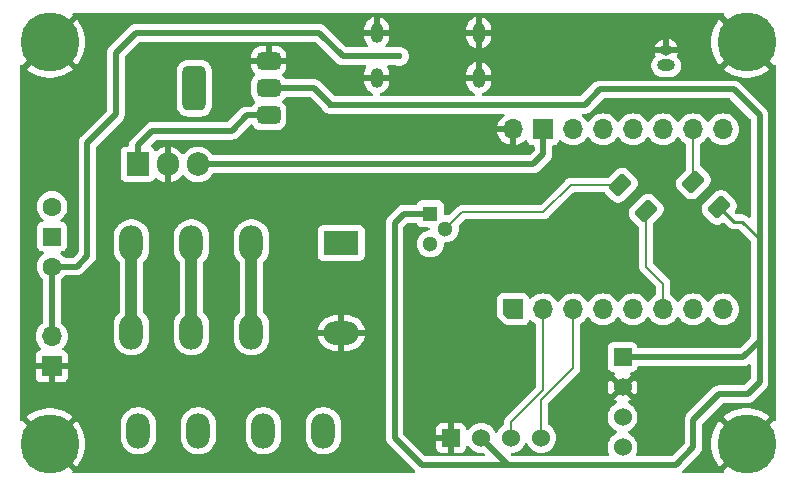
<source format=gbr>
%TF.GenerationSoftware,KiCad,Pcbnew,8.0.4*%
%TF.CreationDate,2024-07-30T00:45:45-04:00*%
%TF.ProjectId,ESP32-C3-WROOM-Node-Temperature,45535033-322d-4433-932d-57524f4f4d2d,rev?*%
%TF.SameCoordinates,Original*%
%TF.FileFunction,Copper,L2,Bot*%
%TF.FilePolarity,Positive*%
%FSLAX46Y46*%
G04 Gerber Fmt 4.6, Leading zero omitted, Abs format (unit mm)*
G04 Created by KiCad (PCBNEW 8.0.4) date 2024-07-30 00:45:45*
%MOMM*%
%LPD*%
G01*
G04 APERTURE LIST*
G04 Aperture macros list*
%AMRoundRect*
0 Rectangle with rounded corners*
0 $1 Rounding radius*
0 $2 $3 $4 $5 $6 $7 $8 $9 X,Y pos of 4 corners*
0 Add a 4 corners polygon primitive as box body*
4,1,4,$2,$3,$4,$5,$6,$7,$8,$9,$2,$3,0*
0 Add four circle primitives for the rounded corners*
1,1,$1+$1,$2,$3*
1,1,$1+$1,$4,$5*
1,1,$1+$1,$6,$7*
1,1,$1+$1,$8,$9*
0 Add four rect primitives between the rounded corners*
20,1,$1+$1,$2,$3,$4,$5,0*
20,1,$1+$1,$4,$5,$6,$7,0*
20,1,$1+$1,$6,$7,$8,$9,0*
20,1,$1+$1,$8,$9,$2,$3,0*%
%AMOutline5P*
0 Free polygon, 5 corners , with rotation*
0 The origin of the aperture is its center*
0 number of corners: always 5*
0 $1 to $10 corner X, Y*
0 $11 Rotation angle, in degrees counterclockwise*
0 create outline with 5 corners*
4,1,5,$1,$2,$3,$4,$5,$6,$7,$8,$9,$10,$1,$2,$11*%
%AMOutline6P*
0 Free polygon, 6 corners , with rotation*
0 The origin of the aperture is its center*
0 number of corners: always 6*
0 $1 to $12 corner X, Y*
0 $13 Rotation angle, in degrees counterclockwise*
0 create outline with 6 corners*
4,1,6,$1,$2,$3,$4,$5,$6,$7,$8,$9,$10,$11,$12,$1,$2,$13*%
%AMOutline7P*
0 Free polygon, 7 corners , with rotation*
0 The origin of the aperture is its center*
0 number of corners: always 7*
0 $1 to $14 corner X, Y*
0 $15 Rotation angle, in degrees counterclockwise*
0 create outline with 7 corners*
4,1,7,$1,$2,$3,$4,$5,$6,$7,$8,$9,$10,$11,$12,$13,$14,$1,$2,$15*%
%AMOutline8P*
0 Free polygon, 8 corners , with rotation*
0 The origin of the aperture is its center*
0 number of corners: always 8*
0 $1 to $16 corner X, Y*
0 $17 Rotation angle, in degrees counterclockwise*
0 create outline with 8 corners*
4,1,8,$1,$2,$3,$4,$5,$6,$7,$8,$9,$10,$11,$12,$13,$14,$15,$16,$1,$2,$17*%
G04 Aperture macros list end*
%TA.AperFunction,ComponentPad*%
%ADD10O,1.100000X1.700000*%
%TD*%
%TA.AperFunction,ComponentPad*%
%ADD11R,1.300000X1.300000*%
%TD*%
%TA.AperFunction,ComponentPad*%
%ADD12C,1.300000*%
%TD*%
%TA.AperFunction,ComponentPad*%
%ADD13O,2.000000X3.000000*%
%TD*%
%TA.AperFunction,ComponentPad*%
%ADD14R,1.524000X1.524000*%
%TD*%
%TA.AperFunction,ComponentPad*%
%ADD15C,1.524000*%
%TD*%
%TA.AperFunction,ComponentPad*%
%ADD16R,1.700000X1.700000*%
%TD*%
%TA.AperFunction,ComponentPad*%
%ADD17O,1.700000X1.700000*%
%TD*%
%TA.AperFunction,ComponentPad*%
%ADD18Outline5P,-0.850000X0.425000X-0.425000X0.850000X0.850000X0.850000X0.850000X-0.850000X-0.850000X-0.850000X90.000000*%
%TD*%
%TA.AperFunction,ComponentPad*%
%ADD19C,5.000000*%
%TD*%
%TA.AperFunction,ComponentPad*%
%ADD20R,1.905000X2.000000*%
%TD*%
%TA.AperFunction,ComponentPad*%
%ADD21O,1.905000X2.000000*%
%TD*%
%TA.AperFunction,ComponentPad*%
%ADD22R,3.000000X2.000000*%
%TD*%
%TA.AperFunction,ComponentPad*%
%ADD23O,3.000000X2.000000*%
%TD*%
%TA.AperFunction,ComponentPad*%
%ADD24O,1.500000X1.000000*%
%TD*%
%TA.AperFunction,ComponentPad*%
%ADD25O,1.000000X1.000000*%
%TD*%
%TA.AperFunction,ComponentPad*%
%ADD26R,1.500000X1.500000*%
%TD*%
%TA.AperFunction,ComponentPad*%
%ADD27C,1.600000*%
%TD*%
%TA.AperFunction,SMDPad,CuDef*%
%ADD28RoundRect,0.250000X-0.724784X-0.159099X-0.159099X-0.724784X0.724784X0.159099X0.159099X0.724784X0*%
%TD*%
%TA.AperFunction,SMDPad,CuDef*%
%ADD29RoundRect,0.375000X0.625000X0.375000X-0.625000X0.375000X-0.625000X-0.375000X0.625000X-0.375000X0*%
%TD*%
%TA.AperFunction,SMDPad,CuDef*%
%ADD30RoundRect,0.500000X0.500000X1.400000X-0.500000X1.400000X-0.500000X-1.400000X0.500000X-1.400000X0*%
%TD*%
%TA.AperFunction,SMDPad,CuDef*%
%ADD31RoundRect,0.250000X0.724784X0.159099X0.159099X0.724784X-0.724784X-0.159099X-0.159099X-0.724784X0*%
%TD*%
%TA.AperFunction,ViaPad*%
%ADD32C,0.600000*%
%TD*%
%TA.AperFunction,Conductor*%
%ADD33C,1.000000*%
%TD*%
%TA.AperFunction,Conductor*%
%ADD34C,0.500000*%
%TD*%
%TA.AperFunction,Conductor*%
%ADD35C,0.200000*%
%TD*%
%TA.AperFunction,Conductor*%
%ADD36C,0.250000*%
%TD*%
G04 APERTURE END LIST*
D10*
%TO.P,J5,S1,SHIELD*%
%TO.N,GND*%
X149920000Y-61520000D03*
%TO.P,J5,S2,SHIELD*%
X141280000Y-61520000D03*
%TO.P,J5,S3,SHIELD*%
X149920000Y-65320000D03*
%TO.P,J5,S4,SHIELD*%
X141280000Y-65320000D03*
%TD*%
D11*
%TO.P,Q1,1,C*%
%TO.N,+3V3*%
X145830000Y-76830000D03*
D12*
%TO.P,Q1,2,B*%
%TO.N,Net-(D1-AG)*%
X147100000Y-78100000D03*
%TO.P,Q1,3,E*%
%TO.N,Net-(Q1-E)*%
X145830000Y-79370000D03*
%TD*%
D13*
%TO.P,J3,1,Pin_1*%
%TO.N,/NC*%
X121100000Y-95200000D03*
%TO.P,J3,2,Pin_2*%
%TO.N,/COM*%
X126180000Y-95200000D03*
%TD*%
D14*
%TO.P,J4,GND,GND*%
%TO.N,GND*%
X147600000Y-95800000D03*
D15*
%TO.P,J4,SCL,SCL*%
%TO.N,/SCL*%
X155220000Y-95800000D03*
%TO.P,J4,SDA,SDA*%
%TO.N,/SDA*%
X152680000Y-95800000D03*
%TO.P,J4,Vcc,VCC*%
%TO.N,+3V3*%
X150140000Y-95800000D03*
%TD*%
D14*
%TO.P,U3,1,3V3*%
%TO.N,+3V3*%
X162100000Y-88960000D03*
D15*
%TO.P,U3,2,GND*%
%TO.N,GND*%
X162100000Y-91500000D03*
%TO.P,U3,3,SCL*%
%TO.N,/SCL*%
X162100000Y-94040000D03*
%TO.P,U3,4,SDA*%
%TO.N,/SDA*%
X162100000Y-96580000D03*
%TD*%
D16*
%TO.P,J1,1,Pin_1*%
%TO.N,GND*%
X113775000Y-89750000D03*
D17*
%TO.P,J1,2,Pin_2*%
%TO.N,/Power Supply/PWR*%
X113775000Y-87210000D03*
%TD*%
D18*
%TO.P,U1,1,GPIO5*%
%TO.N,unconnected-(U1-GPIO5-Pad1)*%
X152840000Y-84920000D03*
D17*
%TO.P,U1,2,GPIO6_SDA*%
%TO.N,/SDA*%
X155380000Y-84920000D03*
%TO.P,U1,3,GPIO7_SCL*%
%TO.N,/SCL*%
X157920000Y-84920000D03*
%TO.P,U1,4,GPIO8_SCK*%
%TO.N,unconnected-(U1-GPIO8_SCK-Pad4)*%
X160460000Y-84920000D03*
%TO.P,U1,5,GPIO9_MISO*%
%TO.N,unconnected-(U1-GPIO9_MISO-Pad5)*%
X163000000Y-84920000D03*
%TO.P,U1,6,GPIO_MOSI*%
%TO.N,/GPIO10*%
X165540000Y-84920000D03*
%TO.P,U1,7,GPIO20_Rx*%
%TO.N,unconnected-(U1-GPIO20_Rx-Pad7)*%
X168080000Y-84920000D03*
%TO.P,U1,8,GPIO21_Tx*%
%TO.N,unconnected-(U1-GPIO21_Tx-Pad8)*%
X170620000Y-84920000D03*
%TO.P,U1,9,GPIO0_ADC0*%
%TO.N,unconnected-(U1-GPIO0_ADC0-Pad9)*%
X170620000Y-69680000D03*
%TO.P,U1,10,GPIO1_ADC1*%
%TO.N,/ADC1*%
X168080000Y-69680000D03*
%TO.P,U1,11,GPIO2_D0*%
%TO.N,unconnected-(U1-GPIO2_D0-Pad11)*%
X165540000Y-69680000D03*
%TO.P,U1,12,GPIO3_D1*%
%TO.N,unconnected-(U1-GPIO3_D1-Pad12)*%
X163000000Y-69680000D03*
%TO.P,U1,13,GPIO4_D2*%
%TO.N,unconnected-(U1-GPIO4_D2-Pad13)*%
X160460000Y-69680000D03*
%TO.P,U1,14,3V3*%
%TO.N,+3V3*%
X157920000Y-69680000D03*
D16*
%TO.P,U1,15,5V*%
%TO.N,+5V*%
X155380000Y-69680000D03*
D17*
%TO.P,U1,16,GND*%
%TO.N,GND*%
X152840000Y-69680000D03*
%TD*%
D19*
%TO.P,H1,1,GND*%
%TO.N,GND*%
X113600000Y-62300000D03*
%TO.P,H1,2,GND*%
X113600000Y-96300000D03*
%TO.P,H1,3,GND*%
X172600000Y-96300000D03*
%TO.P,H1,4,GND*%
X172600000Y-62300000D03*
%TD*%
D20*
%TO.P,U4,1,IN*%
%TO.N,/Power Supply/VIN*%
X121060000Y-72645000D03*
D21*
%TO.P,U4,2,GND*%
%TO.N,GND*%
X123600000Y-72645000D03*
%TO.P,U4,3,OUT*%
%TO.N,+5V*%
X126140000Y-72645000D03*
%TD*%
D13*
%TO.P,J2,1,Pin_1*%
%TO.N,/COM*%
X131700000Y-95200000D03*
%TO.P,J2,2,Pin_2*%
%TO.N,/NO*%
X136780000Y-95200000D03*
%TD*%
%TO.P,K1,11*%
%TO.N,/COM*%
X125600000Y-79300000D03*
%TO.P,K1,12*%
%TO.N,/NO*%
X130680000Y-79300000D03*
%TO.P,K1,14*%
%TO.N,/NC*%
X120520000Y-79300000D03*
%TO.P,K1,21*%
%TO.N,/COM*%
X125600000Y-86800000D03*
%TO.P,K1,22*%
%TO.N,/NO*%
X130680000Y-86800000D03*
%TO.P,K1,24*%
%TO.N,/NC*%
X120520000Y-86800000D03*
D22*
%TO.P,K1,A1*%
%TO.N,Net-(Q1-E)*%
X138300000Y-79300000D03*
D23*
%TO.P,K1,A2*%
%TO.N,GND*%
X138300000Y-86920000D03*
%TD*%
D24*
%TO.P,R2,1*%
%TO.N,/ADC1*%
X165800000Y-64270000D03*
D25*
%TO.P,R2,2*%
%TO.N,GND*%
X165800000Y-63000000D03*
%TD*%
D26*
%TO.P,SW1,1,COM*%
%TO.N,/Power Supply/VDC*%
X113800000Y-78760000D03*
D27*
%TO.P,SW1,2,A*%
X113800000Y-76220000D03*
%TO.P,SW1,3,B*%
%TO.N,/Power Supply/PWR*%
X113800000Y-81300000D03*
%TD*%
D28*
%TO.P,R1,1*%
%TO.N,Net-(D1-AG)*%
X161903984Y-74403984D03*
%TO.P,R1,2*%
%TO.N,/GPIO10*%
X164096016Y-76596016D03*
%TD*%
D29*
%TO.P,U2,1,ADJ*%
%TO.N,GND*%
X132150000Y-63900000D03*
%TO.P,U2,2,VO*%
%TO.N,+3V3*%
X132150000Y-66200000D03*
%TO.P,U2,3,VI*%
%TO.N,/Power Supply/VIN*%
X132150000Y-68500000D03*
D30*
%TO.P,U2,4*%
%TO.N,N/C*%
X125850000Y-66200000D03*
%TD*%
D31*
%TO.P,R3,1*%
%TO.N,+3V3*%
X170296016Y-76296016D03*
%TO.P,R3,2*%
%TO.N,/ADC1*%
X168103984Y-74103984D03*
%TD*%
D32*
%TO.N,+3V3*%
X137400000Y-67600000D03*
%TO.N,/Power Supply/PWR*%
X143200000Y-63500000D03*
%TD*%
D33*
%TO.N,/NC*%
X120520000Y-86800000D02*
X120520000Y-79300000D01*
%TO.N,/NO*%
X130680000Y-86800000D02*
X130680000Y-79300000D01*
%TO.N,/COM*%
X125600000Y-86800000D02*
X125600000Y-79300000D01*
D34*
%TO.N,+5V*%
X154555000Y-72645000D02*
X126140000Y-72645000D01*
X155400000Y-71800000D02*
X154555000Y-72645000D01*
X155400000Y-69700000D02*
X155400000Y-71800000D01*
X155380000Y-69680000D02*
X155400000Y-69700000D01*
%TO.N,/Power Supply/PWR*%
X115900000Y-81300000D02*
X113800000Y-81300000D01*
X119200000Y-68400000D02*
X116800000Y-70800000D01*
X120900000Y-61500000D02*
X119200000Y-63200000D01*
X136400000Y-61500000D02*
X120900000Y-61500000D01*
X138400000Y-63500000D02*
X136400000Y-61500000D01*
X119200000Y-63200000D02*
X119200000Y-68400000D01*
X143200000Y-63500000D02*
X138400000Y-63500000D01*
X116800000Y-70800000D02*
X116800000Y-80400000D01*
X116800000Y-80400000D02*
X115900000Y-81300000D01*
X113775000Y-81325000D02*
X113800000Y-81300000D01*
X113775000Y-87210000D02*
X113775000Y-81325000D01*
%TO.N,/Power Supply/VIN*%
X130300000Y-68500000D02*
X132150000Y-68500000D01*
X122300000Y-69800000D02*
X129000000Y-69800000D01*
X121060000Y-71040000D02*
X122300000Y-69800000D01*
X121060000Y-72645000D02*
X121060000Y-71040000D01*
X129000000Y-69800000D02*
X130300000Y-68500000D01*
%TO.N,+3V3*%
X136000000Y-66200000D02*
X137400000Y-67600000D01*
X132150000Y-66200000D02*
X136000000Y-66200000D01*
X173700000Y-68500000D02*
X173700000Y-79000000D01*
X158900000Y-67600000D02*
X160200000Y-66300000D01*
X160200000Y-66300000D02*
X171500000Y-66300000D01*
X171500000Y-66300000D02*
X173700000Y-68500000D01*
X137400000Y-67600000D02*
X158900000Y-67600000D01*
D35*
%TO.N,/SDA*%
X152680000Y-95800000D02*
X152680000Y-94420000D01*
X155380000Y-91720000D02*
X155380000Y-84920000D01*
X152680000Y-94420000D02*
X155380000Y-91720000D01*
%TO.N,/SCL*%
X157920000Y-89880000D02*
X157920000Y-84920000D01*
X155220000Y-92580000D02*
X157920000Y-89880000D01*
X155220000Y-95800000D02*
X155220000Y-92580000D01*
%TO.N,/GPIO10*%
X165540000Y-82740000D02*
X165540000Y-84920000D01*
X164096016Y-76596016D02*
X164096016Y-81296016D01*
X164096016Y-81296016D02*
X165540000Y-82740000D01*
%TO.N,/ADC1*%
X168080000Y-69680000D02*
X168080000Y-74080000D01*
X168080000Y-74080000D02*
X168103984Y-74103984D01*
D34*
%TO.N,+3V3*%
X168100000Y-94300000D02*
X168100000Y-96600000D01*
X142800000Y-77600000D02*
X142800000Y-95800000D01*
X173700000Y-91100000D02*
X172700000Y-92100000D01*
D36*
X170296016Y-76296016D02*
X171500000Y-77500000D01*
D34*
X173700000Y-87600000D02*
X173700000Y-79000000D01*
X166600000Y-98100000D02*
X152440000Y-98100000D01*
X145100000Y-98100000D02*
X152440000Y-98100000D01*
X170300000Y-92100000D02*
X168100000Y-94300000D01*
X142800000Y-95800000D02*
X145100000Y-98100000D01*
X145830000Y-76830000D02*
X143570000Y-76830000D01*
X143570000Y-76830000D02*
X142800000Y-77600000D01*
D36*
X172200000Y-77500000D02*
X173700000Y-79000000D01*
D34*
X172700000Y-92100000D02*
X170300000Y-92100000D01*
D36*
X171500000Y-77500000D02*
X172200000Y-77500000D01*
D34*
X173700000Y-87600000D02*
X173700000Y-91100000D01*
X172340000Y-88960000D02*
X173700000Y-87600000D01*
X162100000Y-88960000D02*
X172340000Y-88960000D01*
X152440000Y-98100000D02*
X150140000Y-95800000D01*
X168100000Y-96600000D02*
X166600000Y-98100000D01*
D35*
%TO.N,Net-(D1-AG)*%
X157698098Y-74403984D02*
X155402082Y-76700000D01*
X155402082Y-76700000D02*
X148500000Y-76700000D01*
X161903984Y-74403984D02*
X157698098Y-74403984D01*
X148500000Y-76700000D02*
X147100000Y-78100000D01*
%TD*%
%TA.AperFunction,Conductor*%
%TO.N,GND*%
G36*
X170637967Y-59820185D02*
G01*
X170683722Y-59872989D01*
X170693666Y-59942147D01*
X170664641Y-60005703D01*
X170662899Y-60007416D01*
X170662818Y-60009265D01*
X171730893Y-61077340D01*
X171622816Y-61155864D01*
X171455864Y-61322816D01*
X171377340Y-61430893D01*
X170306148Y-60359701D01*
X170306147Y-60359702D01*
X170297976Y-60368363D01*
X170297972Y-60368368D01*
X170089289Y-60648677D01*
X169914561Y-60951316D01*
X169914555Y-60951329D01*
X169776145Y-61272199D01*
X169675916Y-61606988D01*
X169675914Y-61606997D01*
X169615236Y-61951119D01*
X169615235Y-61951130D01*
X169594916Y-62299996D01*
X169594916Y-62300003D01*
X169615235Y-62648869D01*
X169615236Y-62648880D01*
X169675914Y-62993002D01*
X169675916Y-62993011D01*
X169776145Y-63327800D01*
X169914555Y-63648670D01*
X169914561Y-63648683D01*
X170089289Y-63951322D01*
X170297967Y-64231625D01*
X170306148Y-64240296D01*
X171377340Y-63169105D01*
X171455864Y-63277184D01*
X171622816Y-63444136D01*
X171730893Y-63522658D01*
X170662818Y-64590733D01*
X170662819Y-64590734D01*
X170805484Y-64710445D01*
X171097461Y-64902480D01*
X171409739Y-65059314D01*
X171409745Y-65059316D01*
X171738130Y-65178838D01*
X171738133Y-65178839D01*
X172078171Y-65259429D01*
X172425276Y-65299999D01*
X172425277Y-65300000D01*
X172774723Y-65300000D01*
X172774723Y-65299999D01*
X173121827Y-65259429D01*
X173121829Y-65259429D01*
X173461866Y-65178839D01*
X173461869Y-65178838D01*
X173790254Y-65059316D01*
X173790260Y-65059314D01*
X174102538Y-64902480D01*
X174394509Y-64710449D01*
X174394510Y-64710448D01*
X174537179Y-64590734D01*
X174537180Y-64590733D01*
X173469106Y-63522658D01*
X173577184Y-63444136D01*
X173744136Y-63277184D01*
X173822659Y-63169106D01*
X174893850Y-64240297D01*
X174900977Y-64240193D01*
X174945636Y-64214097D01*
X175015443Y-64217056D01*
X175072568Y-64257287D01*
X175098875Y-64322015D01*
X175099500Y-64334447D01*
X175099500Y-94265550D01*
X175079815Y-94332589D01*
X175027011Y-94378344D01*
X174957853Y-94388288D01*
X174895304Y-94359723D01*
X174893851Y-94359701D01*
X173822658Y-95430893D01*
X173744136Y-95322816D01*
X173577184Y-95155864D01*
X173469105Y-95077340D01*
X174537180Y-94009265D01*
X174537179Y-94009264D01*
X174394519Y-93889557D01*
X174102538Y-93697519D01*
X173790260Y-93540685D01*
X173790254Y-93540683D01*
X173461869Y-93421161D01*
X173461866Y-93421160D01*
X173121828Y-93340570D01*
X172774723Y-93300000D01*
X172425277Y-93300000D01*
X172078172Y-93340570D01*
X172078170Y-93340570D01*
X171738133Y-93421160D01*
X171738130Y-93421161D01*
X171409745Y-93540683D01*
X171409739Y-93540685D01*
X171097461Y-93697519D01*
X170805480Y-93889557D01*
X170662819Y-94009264D01*
X170662818Y-94009265D01*
X171730894Y-95077340D01*
X171622816Y-95155864D01*
X171455864Y-95322816D01*
X171377340Y-95430893D01*
X170306148Y-94359701D01*
X170306147Y-94359702D01*
X170297976Y-94368363D01*
X170297972Y-94368368D01*
X170089289Y-94648677D01*
X169914561Y-94951316D01*
X169914555Y-94951329D01*
X169776145Y-95272199D01*
X169675916Y-95606988D01*
X169675914Y-95606997D01*
X169615236Y-95951119D01*
X169615235Y-95951130D01*
X169594916Y-96299996D01*
X169594916Y-96300003D01*
X169615235Y-96648869D01*
X169615236Y-96648880D01*
X169675914Y-96993002D01*
X169675916Y-96993011D01*
X169776145Y-97327800D01*
X169914555Y-97648670D01*
X169914561Y-97648683D01*
X170089289Y-97951322D01*
X170297967Y-98231625D01*
X170306148Y-98240296D01*
X171377340Y-97169105D01*
X171455864Y-97277184D01*
X171622816Y-97444136D01*
X171730893Y-97522658D01*
X170662818Y-98590733D01*
X170663197Y-98599391D01*
X170689337Y-98638683D01*
X170690445Y-98708544D01*
X170653607Y-98767914D01*
X170590520Y-98797943D01*
X170570929Y-98799500D01*
X167261231Y-98799500D01*
X167194192Y-98779815D01*
X167148437Y-98727011D01*
X167138493Y-98657853D01*
X167167518Y-98594297D01*
X167173550Y-98587819D01*
X168682948Y-97078419D01*
X168682947Y-97078419D01*
X168682951Y-97078416D01*
X168765084Y-96955495D01*
X168821658Y-96818913D01*
X168849785Y-96677512D01*
X168850500Y-96673920D01*
X168850500Y-94662230D01*
X168870185Y-94595191D01*
X168886819Y-94574549D01*
X170574549Y-92886819D01*
X170635872Y-92853334D01*
X170662230Y-92850500D01*
X172773920Y-92850500D01*
X172883335Y-92828735D01*
X172918913Y-92821658D01*
X173055495Y-92765084D01*
X173104729Y-92732186D01*
X173178416Y-92682952D01*
X174282952Y-91578415D01*
X174343221Y-91488215D01*
X174365084Y-91455495D01*
X174408250Y-91351284D01*
X174421659Y-91318912D01*
X174450500Y-91173917D01*
X174450500Y-91026082D01*
X174450500Y-87526082D01*
X174450500Y-78926082D01*
X174450500Y-68426082D01*
X174450500Y-68426079D01*
X174421659Y-68281092D01*
X174421658Y-68281091D01*
X174421658Y-68281087D01*
X174400421Y-68229816D01*
X174365085Y-68144507D01*
X174365084Y-68144505D01*
X174320925Y-68078416D01*
X174320924Y-68078414D01*
X174320923Y-68078412D01*
X174282955Y-68021589D01*
X174282952Y-68021584D01*
X173140061Y-66878693D01*
X171978421Y-65717052D01*
X171978414Y-65717046D01*
X171904729Y-65667812D01*
X171904729Y-65667813D01*
X171855491Y-65634913D01*
X171718917Y-65578343D01*
X171718907Y-65578340D01*
X171573920Y-65549500D01*
X171573918Y-65549500D01*
X160126082Y-65549500D01*
X160126076Y-65549500D01*
X160097242Y-65555234D01*
X160097243Y-65555235D01*
X159981093Y-65578339D01*
X159981083Y-65578342D01*
X159901081Y-65611479D01*
X159901082Y-65611480D01*
X159844505Y-65634915D01*
X159762372Y-65689795D01*
X159721585Y-65717047D01*
X159721581Y-65717050D01*
X158625451Y-66813181D01*
X158564128Y-66846666D01*
X158537770Y-66849500D01*
X150318899Y-66849500D01*
X150251860Y-66829815D01*
X150206105Y-66777011D01*
X150196161Y-66707853D01*
X150225186Y-66644297D01*
X150271446Y-66610939D01*
X150417358Y-66550499D01*
X150417368Y-66550494D01*
X150589335Y-66435589D01*
X150589339Y-66435586D01*
X150735586Y-66289339D01*
X150735589Y-66289335D01*
X150850494Y-66117368D01*
X150850499Y-66117358D01*
X150929649Y-65926274D01*
X150929651Y-65926266D01*
X150969999Y-65723420D01*
X150970000Y-65723417D01*
X150970000Y-65570000D01*
X150220000Y-65570000D01*
X150220000Y-65070000D01*
X150970000Y-65070000D01*
X150970000Y-64916583D01*
X150969999Y-64916579D01*
X150929651Y-64713733D01*
X150929649Y-64713725D01*
X150850499Y-64522641D01*
X150850494Y-64522631D01*
X150747535Y-64368543D01*
X164549499Y-64368543D01*
X164587947Y-64561829D01*
X164587950Y-64561839D01*
X164663364Y-64743907D01*
X164663371Y-64743920D01*
X164772860Y-64907781D01*
X164772863Y-64907785D01*
X164912214Y-65047136D01*
X164912218Y-65047139D01*
X165076079Y-65156628D01*
X165076092Y-65156635D01*
X165258160Y-65232049D01*
X165258165Y-65232051D01*
X165258169Y-65232051D01*
X165258170Y-65232052D01*
X165451456Y-65270500D01*
X165451459Y-65270500D01*
X166148543Y-65270500D01*
X166278582Y-65244632D01*
X166341835Y-65232051D01*
X166523914Y-65156632D01*
X166687782Y-65047139D01*
X166827139Y-64907782D01*
X166936632Y-64743914D01*
X167012051Y-64561835D01*
X167024632Y-64498582D01*
X167050500Y-64368543D01*
X167050500Y-64171456D01*
X167012052Y-63978170D01*
X167012051Y-63978169D01*
X167012051Y-63978165D01*
X166965628Y-63866089D01*
X166936635Y-63796092D01*
X166936628Y-63796079D01*
X166827139Y-63632218D01*
X166827136Y-63632214D01*
X166741515Y-63546593D01*
X166708030Y-63485270D01*
X166713014Y-63415578D01*
X166719840Y-63400455D01*
X166728347Y-63384539D01*
X166769160Y-63250000D01*
X165966988Y-63250000D01*
X165984205Y-63240060D01*
X166040060Y-63184205D01*
X166079556Y-63115796D01*
X166100000Y-63039496D01*
X166100000Y-62960504D01*
X166079556Y-62884204D01*
X166040060Y-62815795D01*
X165984205Y-62759940D01*
X165966988Y-62750000D01*
X166050000Y-62750000D01*
X166769160Y-62750000D01*
X166769160Y-62749999D01*
X166728347Y-62615458D01*
X166635496Y-62441746D01*
X166635492Y-62441739D01*
X166510528Y-62289471D01*
X166358260Y-62164507D01*
X166358253Y-62164503D01*
X166184541Y-62071652D01*
X166050000Y-62030839D01*
X166050000Y-62750000D01*
X165966988Y-62750000D01*
X165915796Y-62720444D01*
X165839496Y-62700000D01*
X165760504Y-62700000D01*
X165684204Y-62720444D01*
X165615795Y-62759940D01*
X165559940Y-62815795D01*
X165520444Y-62884204D01*
X165500000Y-62960504D01*
X165500000Y-63039496D01*
X165520444Y-63115796D01*
X165559940Y-63184205D01*
X165615795Y-63240060D01*
X165633012Y-63250000D01*
X164830840Y-63250000D01*
X164871652Y-63384539D01*
X164880162Y-63400461D01*
X164894403Y-63468864D01*
X164869402Y-63534107D01*
X164858485Y-63546593D01*
X164772860Y-63632218D01*
X164663371Y-63796079D01*
X164663364Y-63796092D01*
X164587950Y-63978160D01*
X164587947Y-63978170D01*
X164549500Y-64171456D01*
X164549500Y-64171459D01*
X164549500Y-64368541D01*
X164549500Y-64368543D01*
X164549499Y-64368543D01*
X150747535Y-64368543D01*
X150735589Y-64350664D01*
X150735586Y-64350660D01*
X150589339Y-64204413D01*
X150589335Y-64204410D01*
X150417368Y-64089505D01*
X150417358Y-64089500D01*
X150226272Y-64010349D01*
X150226267Y-64010347D01*
X150170000Y-63999155D01*
X150170000Y-64853011D01*
X150160060Y-64835795D01*
X150104205Y-64779940D01*
X150035796Y-64740444D01*
X149959496Y-64720000D01*
X149880504Y-64720000D01*
X149804204Y-64740444D01*
X149735795Y-64779940D01*
X149679940Y-64835795D01*
X149670000Y-64853011D01*
X149670000Y-63999156D01*
X149669999Y-63999155D01*
X149613732Y-64010347D01*
X149613727Y-64010349D01*
X149422641Y-64089500D01*
X149422631Y-64089505D01*
X149250664Y-64204410D01*
X149250660Y-64204413D01*
X149104413Y-64350660D01*
X149104410Y-64350664D01*
X148989505Y-64522631D01*
X148989500Y-64522641D01*
X148910350Y-64713725D01*
X148910348Y-64713733D01*
X148870000Y-64916579D01*
X148870000Y-65070000D01*
X149620000Y-65070000D01*
X149620000Y-65570000D01*
X148870000Y-65570000D01*
X148870000Y-65723420D01*
X148910348Y-65926266D01*
X148910350Y-65926274D01*
X148989500Y-66117358D01*
X148989505Y-66117368D01*
X149104410Y-66289335D01*
X149104413Y-66289339D01*
X149250660Y-66435586D01*
X149250664Y-66435589D01*
X149422631Y-66550494D01*
X149422641Y-66550499D01*
X149568554Y-66610939D01*
X149622957Y-66654780D01*
X149645022Y-66721074D01*
X149627743Y-66788774D01*
X149576605Y-66836384D01*
X149521101Y-66849500D01*
X141678899Y-66849500D01*
X141611860Y-66829815D01*
X141566105Y-66777011D01*
X141556161Y-66707853D01*
X141585186Y-66644297D01*
X141631446Y-66610939D01*
X141777358Y-66550499D01*
X141777368Y-66550494D01*
X141949335Y-66435589D01*
X141949339Y-66435586D01*
X142095586Y-66289339D01*
X142095589Y-66289335D01*
X142210494Y-66117368D01*
X142210499Y-66117358D01*
X142289649Y-65926274D01*
X142289651Y-65926266D01*
X142329999Y-65723420D01*
X142330000Y-65723417D01*
X142330000Y-65570000D01*
X141580000Y-65570000D01*
X141580000Y-65070000D01*
X142330000Y-65070000D01*
X142330000Y-64916583D01*
X142329999Y-64916579D01*
X142289651Y-64713733D01*
X142289649Y-64713725D01*
X142210499Y-64522641D01*
X142210495Y-64522633D01*
X142157547Y-64443390D01*
X142136670Y-64376713D01*
X142155155Y-64309333D01*
X142207134Y-64262643D01*
X142260650Y-64250500D01*
X142900028Y-64250500D01*
X142940982Y-64257457D01*
X143020745Y-64285368D01*
X143020750Y-64285369D01*
X143199996Y-64305565D01*
X143200000Y-64305565D01*
X143200004Y-64305565D01*
X143379249Y-64285369D01*
X143379252Y-64285368D01*
X143379255Y-64285368D01*
X143549522Y-64225789D01*
X143702262Y-64129816D01*
X143829816Y-64002262D01*
X143925789Y-63849522D01*
X143985368Y-63679255D01*
X143985369Y-63679249D01*
X144005565Y-63500003D01*
X144005565Y-63499996D01*
X143985369Y-63320750D01*
X143985368Y-63320745D01*
X143950632Y-63221476D01*
X143925789Y-63150478D01*
X143829816Y-62997738D01*
X143702262Y-62870184D01*
X143637751Y-62829649D01*
X143549523Y-62774211D01*
X143379254Y-62714631D01*
X143379249Y-62714630D01*
X143200004Y-62694435D01*
X143199996Y-62694435D01*
X143020750Y-62714630D01*
X143020745Y-62714631D01*
X142940983Y-62742542D01*
X142900028Y-62749500D01*
X142134788Y-62749500D01*
X142067749Y-62729815D01*
X142021994Y-62677011D01*
X142012050Y-62607853D01*
X142041075Y-62544297D01*
X142047107Y-62537819D01*
X142095586Y-62489339D01*
X142095589Y-62489335D01*
X142210494Y-62317368D01*
X142210499Y-62317358D01*
X142289649Y-62126274D01*
X142289651Y-62126266D01*
X142329999Y-61923420D01*
X142330000Y-61923417D01*
X142330000Y-61770000D01*
X141580000Y-61770000D01*
X141580000Y-61270000D01*
X142330000Y-61270000D01*
X142330000Y-61116583D01*
X142329999Y-61116579D01*
X148870000Y-61116579D01*
X148870000Y-61270000D01*
X149620000Y-61270000D01*
X149620000Y-61770000D01*
X148870000Y-61770000D01*
X148870000Y-61923420D01*
X148910348Y-62126266D01*
X148910350Y-62126274D01*
X148989500Y-62317358D01*
X148989505Y-62317368D01*
X149104410Y-62489335D01*
X149104413Y-62489339D01*
X149250660Y-62635586D01*
X149250664Y-62635589D01*
X149422631Y-62750494D01*
X149422641Y-62750499D01*
X149613723Y-62829648D01*
X149613725Y-62829649D01*
X149670000Y-62840842D01*
X149670000Y-61986988D01*
X149679940Y-62004205D01*
X149735795Y-62060060D01*
X149804204Y-62099556D01*
X149880504Y-62120000D01*
X149959496Y-62120000D01*
X150035796Y-62099556D01*
X150104205Y-62060060D01*
X150160060Y-62004205D01*
X150170000Y-61986988D01*
X150170000Y-62840842D01*
X150226274Y-62829649D01*
X150226276Y-62829648D01*
X150417358Y-62750499D01*
X150417368Y-62750494D01*
X150418109Y-62749999D01*
X164830839Y-62749999D01*
X164830840Y-62750000D01*
X165550000Y-62750000D01*
X165550000Y-62030839D01*
X165549999Y-62030839D01*
X165415458Y-62071652D01*
X165241746Y-62164503D01*
X165241739Y-62164507D01*
X165089471Y-62289471D01*
X164964507Y-62441739D01*
X164964503Y-62441746D01*
X164871652Y-62615458D01*
X164830839Y-62749999D01*
X150418109Y-62749999D01*
X150589335Y-62635589D01*
X150589339Y-62635586D01*
X150735586Y-62489339D01*
X150735589Y-62489335D01*
X150850494Y-62317368D01*
X150850499Y-62317358D01*
X150929649Y-62126274D01*
X150929651Y-62126266D01*
X150969999Y-61923420D01*
X150970000Y-61923417D01*
X150970000Y-61770000D01*
X150220000Y-61770000D01*
X150220000Y-61270000D01*
X150970000Y-61270000D01*
X150970000Y-61116583D01*
X150969999Y-61116579D01*
X150929651Y-60913733D01*
X150929649Y-60913725D01*
X150850499Y-60722641D01*
X150850494Y-60722631D01*
X150735589Y-60550664D01*
X150735586Y-60550660D01*
X150589339Y-60404413D01*
X150589335Y-60404410D01*
X150417368Y-60289505D01*
X150417358Y-60289500D01*
X150226272Y-60210349D01*
X150226267Y-60210347D01*
X150170000Y-60199155D01*
X150170000Y-61053011D01*
X150160060Y-61035795D01*
X150104205Y-60979940D01*
X150035796Y-60940444D01*
X149959496Y-60920000D01*
X149880504Y-60920000D01*
X149804204Y-60940444D01*
X149735795Y-60979940D01*
X149679940Y-61035795D01*
X149670000Y-61053011D01*
X149670000Y-60199156D01*
X149669999Y-60199155D01*
X149613732Y-60210347D01*
X149613727Y-60210349D01*
X149422641Y-60289500D01*
X149422631Y-60289505D01*
X149250664Y-60404410D01*
X149250660Y-60404413D01*
X149104413Y-60550660D01*
X149104410Y-60550664D01*
X148989505Y-60722631D01*
X148989500Y-60722641D01*
X148910350Y-60913725D01*
X148910348Y-60913733D01*
X148870000Y-61116579D01*
X142329999Y-61116579D01*
X142289651Y-60913733D01*
X142289649Y-60913725D01*
X142210499Y-60722641D01*
X142210494Y-60722631D01*
X142095589Y-60550664D01*
X142095586Y-60550660D01*
X141949339Y-60404413D01*
X141949335Y-60404410D01*
X141777368Y-60289505D01*
X141777358Y-60289500D01*
X141586272Y-60210349D01*
X141586267Y-60210347D01*
X141530000Y-60199155D01*
X141530000Y-61053011D01*
X141520060Y-61035795D01*
X141464205Y-60979940D01*
X141395796Y-60940444D01*
X141319496Y-60920000D01*
X141240504Y-60920000D01*
X141164204Y-60940444D01*
X141095795Y-60979940D01*
X141039940Y-61035795D01*
X141030000Y-61053011D01*
X141030000Y-60199156D01*
X141029999Y-60199155D01*
X140973732Y-60210347D01*
X140973727Y-60210349D01*
X140782641Y-60289500D01*
X140782631Y-60289505D01*
X140610664Y-60404410D01*
X140610660Y-60404413D01*
X140464413Y-60550660D01*
X140464410Y-60550664D01*
X140349505Y-60722631D01*
X140349500Y-60722641D01*
X140270350Y-60913725D01*
X140270348Y-60913733D01*
X140230000Y-61116579D01*
X140230000Y-61270000D01*
X140980000Y-61270000D01*
X140980000Y-61770000D01*
X140230000Y-61770000D01*
X140230000Y-61923420D01*
X140270348Y-62126266D01*
X140270350Y-62126274D01*
X140349500Y-62317358D01*
X140349505Y-62317368D01*
X140464410Y-62489335D01*
X140464413Y-62489339D01*
X140512893Y-62537819D01*
X140546378Y-62599142D01*
X140541394Y-62668834D01*
X140499522Y-62724767D01*
X140434058Y-62749184D01*
X140425212Y-62749500D01*
X138762229Y-62749500D01*
X138695190Y-62729815D01*
X138674548Y-62713181D01*
X136878421Y-60917052D01*
X136878414Y-60917046D01*
X136804729Y-60867812D01*
X136804729Y-60867813D01*
X136755491Y-60834913D01*
X136618917Y-60778343D01*
X136618907Y-60778340D01*
X136473920Y-60749500D01*
X136473918Y-60749500D01*
X120826082Y-60749500D01*
X120826080Y-60749500D01*
X120681092Y-60778340D01*
X120681086Y-60778342D01*
X120544508Y-60834914D01*
X120544496Y-60834921D01*
X120495269Y-60867813D01*
X120421588Y-60917044D01*
X120421580Y-60917050D01*
X118617050Y-62721580D01*
X118617044Y-62721588D01*
X118567812Y-62795268D01*
X118567813Y-62795269D01*
X118534921Y-62844496D01*
X118534914Y-62844508D01*
X118478342Y-62981086D01*
X118478340Y-62981092D01*
X118449500Y-63126079D01*
X118449500Y-68037770D01*
X118429815Y-68104809D01*
X118413181Y-68125451D01*
X116217047Y-70321584D01*
X116204912Y-70339746D01*
X116192830Y-70357830D01*
X116163773Y-70401316D01*
X116134914Y-70444507D01*
X116078343Y-70581082D01*
X116078340Y-70581092D01*
X116049500Y-70726079D01*
X116049500Y-80037770D01*
X116029815Y-80104809D01*
X116013181Y-80125451D01*
X115625451Y-80513181D01*
X115564128Y-80546666D01*
X115537770Y-80549500D01*
X114926663Y-80549500D01*
X114859624Y-80529815D01*
X114825088Y-80496623D01*
X114800045Y-80460858D01*
X114639141Y-80299954D01*
X114545978Y-80234721D01*
X114502353Y-80180144D01*
X114495159Y-80110646D01*
X114526682Y-80048291D01*
X114586911Y-80012877D01*
X114603842Y-80009857D01*
X114657483Y-80004091D01*
X114792331Y-79953796D01*
X114907546Y-79867546D01*
X114993796Y-79752331D01*
X115044091Y-79617483D01*
X115050500Y-79557873D01*
X115050499Y-77962128D01*
X115044091Y-77902517D01*
X115041358Y-77895190D01*
X114993797Y-77767671D01*
X114993793Y-77767664D01*
X114907547Y-77652455D01*
X114907544Y-77652452D01*
X114792335Y-77566206D01*
X114792328Y-77566202D01*
X114657482Y-77515908D01*
X114657483Y-77515908D01*
X114603846Y-77510142D01*
X114539295Y-77483404D01*
X114499446Y-77426012D01*
X114496953Y-77356187D01*
X114532605Y-77296098D01*
X114545972Y-77285282D01*
X114639139Y-77220047D01*
X114800047Y-77059139D01*
X114930568Y-76872734D01*
X115026739Y-76666496D01*
X115085635Y-76446692D01*
X115105468Y-76220000D01*
X115085635Y-75993308D01*
X115026739Y-75773504D01*
X114930568Y-75567266D01*
X114800047Y-75380861D01*
X114800045Y-75380858D01*
X114639141Y-75219954D01*
X114452734Y-75089432D01*
X114452732Y-75089431D01*
X114246497Y-74993261D01*
X114246488Y-74993258D01*
X114026697Y-74934366D01*
X114026693Y-74934365D01*
X114026692Y-74934365D01*
X114026691Y-74934364D01*
X114026686Y-74934364D01*
X113800002Y-74914532D01*
X113799998Y-74914532D01*
X113573313Y-74934364D01*
X113573302Y-74934366D01*
X113353511Y-74993258D01*
X113353502Y-74993261D01*
X113147267Y-75089431D01*
X113147265Y-75089432D01*
X112960858Y-75219954D01*
X112799954Y-75380858D01*
X112669432Y-75567265D01*
X112669431Y-75567267D01*
X112573261Y-75773502D01*
X112573258Y-75773511D01*
X112514366Y-75993302D01*
X112514364Y-75993313D01*
X112494532Y-76219998D01*
X112494532Y-76220001D01*
X112514364Y-76446686D01*
X112514366Y-76446697D01*
X112573258Y-76666488D01*
X112573261Y-76666497D01*
X112669431Y-76872732D01*
X112669432Y-76872734D01*
X112799954Y-77059141D01*
X112960858Y-77220045D01*
X113054021Y-77285278D01*
X113097646Y-77339854D01*
X113104840Y-77409353D01*
X113073317Y-77471708D01*
X113013088Y-77507122D01*
X112996152Y-77510143D01*
X112942516Y-77515908D01*
X112807671Y-77566202D01*
X112807664Y-77566206D01*
X112692455Y-77652452D01*
X112692452Y-77652455D01*
X112606206Y-77767664D01*
X112606202Y-77767671D01*
X112555908Y-77902517D01*
X112549501Y-77962116D01*
X112549501Y-77962123D01*
X112549500Y-77962135D01*
X112549500Y-79557870D01*
X112549501Y-79557876D01*
X112555908Y-79617483D01*
X112606202Y-79752328D01*
X112606206Y-79752335D01*
X112692452Y-79867544D01*
X112692455Y-79867547D01*
X112807664Y-79953793D01*
X112807671Y-79953797D01*
X112852618Y-79970561D01*
X112942517Y-80004091D01*
X112996157Y-80009858D01*
X113060703Y-80036594D01*
X113100552Y-80093986D01*
X113103047Y-80163811D01*
X113067395Y-80223900D01*
X113054022Y-80234721D01*
X112960856Y-80299956D01*
X112799954Y-80460858D01*
X112669432Y-80647265D01*
X112669431Y-80647267D01*
X112573261Y-80853502D01*
X112573258Y-80853511D01*
X112514366Y-81073302D01*
X112514364Y-81073313D01*
X112494532Y-81299998D01*
X112494532Y-81300001D01*
X112514364Y-81526686D01*
X112514366Y-81526697D01*
X112573258Y-81746488D01*
X112573261Y-81746497D01*
X112669431Y-81952732D01*
X112669432Y-81952734D01*
X112799954Y-82139141D01*
X112960857Y-82300044D01*
X112960860Y-82300046D01*
X112960861Y-82300047D01*
X112971620Y-82307580D01*
X113015246Y-82362154D01*
X113024500Y-82409157D01*
X113024500Y-86022298D01*
X113004815Y-86089337D01*
X112971625Y-86123872D01*
X112903595Y-86171507D01*
X112736505Y-86338597D01*
X112600965Y-86532169D01*
X112600964Y-86532171D01*
X112501098Y-86746335D01*
X112501094Y-86746344D01*
X112439938Y-86974586D01*
X112439936Y-86974596D01*
X112419341Y-87209999D01*
X112419341Y-87210000D01*
X112439936Y-87445403D01*
X112439938Y-87445413D01*
X112501094Y-87673655D01*
X112501096Y-87673659D01*
X112501097Y-87673663D01*
X112512213Y-87697501D01*
X112600965Y-87887830D01*
X112600967Y-87887834D01*
X112709281Y-88042521D01*
X112736501Y-88081396D01*
X112736506Y-88081402D01*
X112858818Y-88203714D01*
X112892303Y-88265037D01*
X112887319Y-88334729D01*
X112845447Y-88390662D01*
X112814471Y-88407577D01*
X112682912Y-88456646D01*
X112682906Y-88456649D01*
X112567812Y-88542809D01*
X112567809Y-88542812D01*
X112481649Y-88657906D01*
X112481645Y-88657913D01*
X112431403Y-88792620D01*
X112431401Y-88792627D01*
X112425000Y-88852155D01*
X112425000Y-89500000D01*
X113341988Y-89500000D01*
X113309075Y-89557007D01*
X113275000Y-89684174D01*
X113275000Y-89815826D01*
X113309075Y-89942993D01*
X113341988Y-90000000D01*
X112425000Y-90000000D01*
X112425000Y-90647844D01*
X112431401Y-90707372D01*
X112431403Y-90707379D01*
X112481645Y-90842086D01*
X112481649Y-90842093D01*
X112567809Y-90957187D01*
X112567812Y-90957190D01*
X112682906Y-91043350D01*
X112682913Y-91043354D01*
X112817620Y-91093596D01*
X112817627Y-91093598D01*
X112877155Y-91099999D01*
X112877172Y-91100000D01*
X113525000Y-91100000D01*
X113525000Y-90183012D01*
X113582007Y-90215925D01*
X113709174Y-90250000D01*
X113840826Y-90250000D01*
X113967993Y-90215925D01*
X114025000Y-90183012D01*
X114025000Y-91100000D01*
X114672828Y-91100000D01*
X114672844Y-91099999D01*
X114732372Y-91093598D01*
X114732379Y-91093596D01*
X114867086Y-91043354D01*
X114867093Y-91043350D01*
X114982187Y-90957190D01*
X114982190Y-90957187D01*
X115068350Y-90842093D01*
X115068354Y-90842086D01*
X115118596Y-90707379D01*
X115118598Y-90707372D01*
X115124999Y-90647844D01*
X115125000Y-90647827D01*
X115125000Y-90000000D01*
X114208012Y-90000000D01*
X114240925Y-89942993D01*
X114275000Y-89815826D01*
X114275000Y-89684174D01*
X114240925Y-89557007D01*
X114208012Y-89500000D01*
X115125000Y-89500000D01*
X115125000Y-88852172D01*
X115124999Y-88852155D01*
X115118598Y-88792627D01*
X115118596Y-88792620D01*
X115068354Y-88657913D01*
X115068350Y-88657906D01*
X114982190Y-88542812D01*
X114982187Y-88542809D01*
X114867093Y-88456649D01*
X114867088Y-88456646D01*
X114735528Y-88407577D01*
X114679595Y-88365705D01*
X114655178Y-88300241D01*
X114670030Y-88231968D01*
X114691175Y-88203720D01*
X114813495Y-88081401D01*
X114949035Y-87887830D01*
X115048903Y-87673663D01*
X115110063Y-87445408D01*
X115130659Y-87210000D01*
X115110063Y-86974592D01*
X115048903Y-86746337D01*
X114949035Y-86532171D01*
X114940444Y-86519901D01*
X114813494Y-86338597D01*
X114646404Y-86171507D01*
X114578375Y-86123872D01*
X114534751Y-86069294D01*
X114525500Y-86022298D01*
X114525500Y-82444167D01*
X114545185Y-82377128D01*
X114578375Y-82342593D01*
X114639139Y-82300047D01*
X114800047Y-82139139D01*
X114825088Y-82103377D01*
X114879665Y-82059752D01*
X114926663Y-82050500D01*
X115973920Y-82050500D01*
X116071462Y-82031096D01*
X116118913Y-82021658D01*
X116255495Y-81965084D01*
X116304729Y-81932186D01*
X116378416Y-81882952D01*
X117382951Y-80878416D01*
X117465084Y-80755495D01*
X117469930Y-80743797D01*
X117505656Y-80657546D01*
X117521658Y-80618913D01*
X117531096Y-80571462D01*
X117550500Y-80473920D01*
X117550500Y-78681902D01*
X119019500Y-78681902D01*
X119019500Y-79918097D01*
X119056446Y-80151368D01*
X119129433Y-80375996D01*
X119214184Y-80542328D01*
X119236657Y-80586433D01*
X119375483Y-80777510D01*
X119375485Y-80777512D01*
X119483181Y-80885208D01*
X119516666Y-80946531D01*
X119519500Y-80972889D01*
X119519500Y-85127111D01*
X119499815Y-85194150D01*
X119483181Y-85214792D01*
X119375485Y-85322487D01*
X119375485Y-85322488D01*
X119375483Y-85322490D01*
X119331044Y-85383655D01*
X119236657Y-85513566D01*
X119129433Y-85724003D01*
X119056446Y-85948631D01*
X119019500Y-86181902D01*
X119019500Y-87418097D01*
X119056446Y-87651368D01*
X119129433Y-87875996D01*
X119234093Y-88081401D01*
X119236657Y-88086433D01*
X119375483Y-88277510D01*
X119542490Y-88444517D01*
X119733567Y-88583343D01*
X119832991Y-88634002D01*
X119944003Y-88690566D01*
X119944005Y-88690566D01*
X119944008Y-88690568D01*
X120064412Y-88729689D01*
X120168631Y-88763553D01*
X120401903Y-88800500D01*
X120401908Y-88800500D01*
X120638097Y-88800500D01*
X120871368Y-88763553D01*
X121095992Y-88690568D01*
X121306433Y-88583343D01*
X121497510Y-88444517D01*
X121664517Y-88277510D01*
X121803343Y-88086433D01*
X121910568Y-87875992D01*
X121983553Y-87651368D01*
X122020500Y-87418097D01*
X122020500Y-86181902D01*
X121983553Y-85948631D01*
X121910566Y-85724003D01*
X121850359Y-85605842D01*
X121803343Y-85513567D01*
X121664517Y-85322490D01*
X121556819Y-85214792D01*
X121523334Y-85153469D01*
X121520500Y-85127111D01*
X121520500Y-80972889D01*
X121540185Y-80905850D01*
X121556819Y-80885208D01*
X121588525Y-80853502D01*
X121664517Y-80777510D01*
X121803343Y-80586433D01*
X121910568Y-80375992D01*
X121983553Y-80151368D01*
X121990927Y-80104809D01*
X122020500Y-79918097D01*
X122020500Y-78681902D01*
X124099500Y-78681902D01*
X124099500Y-79918097D01*
X124136446Y-80151368D01*
X124209433Y-80375996D01*
X124294184Y-80542328D01*
X124316657Y-80586433D01*
X124455483Y-80777510D01*
X124455485Y-80777512D01*
X124563181Y-80885208D01*
X124596666Y-80946531D01*
X124599500Y-80972889D01*
X124599500Y-85127111D01*
X124579815Y-85194150D01*
X124563181Y-85214792D01*
X124455485Y-85322487D01*
X124455485Y-85322488D01*
X124455483Y-85322490D01*
X124411044Y-85383655D01*
X124316657Y-85513566D01*
X124209433Y-85724003D01*
X124136446Y-85948631D01*
X124099500Y-86181902D01*
X124099500Y-87418097D01*
X124136446Y-87651368D01*
X124209433Y-87875996D01*
X124314093Y-88081401D01*
X124316657Y-88086433D01*
X124455483Y-88277510D01*
X124622490Y-88444517D01*
X124813567Y-88583343D01*
X124912991Y-88634002D01*
X125024003Y-88690566D01*
X125024005Y-88690566D01*
X125024008Y-88690568D01*
X125144412Y-88729689D01*
X125248631Y-88763553D01*
X125481903Y-88800500D01*
X125481908Y-88800500D01*
X125718097Y-88800500D01*
X125951368Y-88763553D01*
X126175992Y-88690568D01*
X126386433Y-88583343D01*
X126577510Y-88444517D01*
X126744517Y-88277510D01*
X126883343Y-88086433D01*
X126990568Y-87875992D01*
X127063553Y-87651368D01*
X127100500Y-87418097D01*
X127100500Y-86181902D01*
X127063553Y-85948631D01*
X126990566Y-85724003D01*
X126930359Y-85605842D01*
X126883343Y-85513567D01*
X126744517Y-85322490D01*
X126636819Y-85214792D01*
X126603334Y-85153469D01*
X126600500Y-85127111D01*
X126600500Y-80972889D01*
X126620185Y-80905850D01*
X126636819Y-80885208D01*
X126668525Y-80853502D01*
X126744517Y-80777510D01*
X126883343Y-80586433D01*
X126990568Y-80375992D01*
X127063553Y-80151368D01*
X127070927Y-80104809D01*
X127100500Y-79918097D01*
X127100500Y-78681902D01*
X129179500Y-78681902D01*
X129179500Y-79918097D01*
X129216446Y-80151368D01*
X129289433Y-80375996D01*
X129374184Y-80542328D01*
X129396657Y-80586433D01*
X129535483Y-80777510D01*
X129535485Y-80777512D01*
X129643181Y-80885208D01*
X129676666Y-80946531D01*
X129679500Y-80972889D01*
X129679500Y-85127111D01*
X129659815Y-85194150D01*
X129643181Y-85214792D01*
X129535485Y-85322487D01*
X129535485Y-85322488D01*
X129535483Y-85322490D01*
X129491044Y-85383655D01*
X129396657Y-85513566D01*
X129289433Y-85724003D01*
X129216446Y-85948631D01*
X129179500Y-86181902D01*
X129179500Y-87418097D01*
X129216446Y-87651368D01*
X129289433Y-87875996D01*
X129394093Y-88081401D01*
X129396657Y-88086433D01*
X129535483Y-88277510D01*
X129702490Y-88444517D01*
X129893567Y-88583343D01*
X129992991Y-88634002D01*
X130104003Y-88690566D01*
X130104005Y-88690566D01*
X130104008Y-88690568D01*
X130224412Y-88729689D01*
X130328631Y-88763553D01*
X130561903Y-88800500D01*
X130561908Y-88800500D01*
X130798097Y-88800500D01*
X131031368Y-88763553D01*
X131255992Y-88690568D01*
X131466433Y-88583343D01*
X131657510Y-88444517D01*
X131824517Y-88277510D01*
X131963343Y-88086433D01*
X132070568Y-87875992D01*
X132143553Y-87651368D01*
X132180500Y-87418097D01*
X132180500Y-86670000D01*
X136320898Y-86670000D01*
X137866988Y-86670000D01*
X137834075Y-86727007D01*
X137800000Y-86854174D01*
X137800000Y-86985826D01*
X137834075Y-87112993D01*
X137866988Y-87170000D01*
X136320898Y-87170000D01*
X136336934Y-87271247D01*
X136409897Y-87495802D01*
X136517085Y-87706171D01*
X136655866Y-87897186D01*
X136822813Y-88064133D01*
X137013828Y-88202914D01*
X137224197Y-88310102D01*
X137448752Y-88383065D01*
X137448751Y-88383065D01*
X137681948Y-88420000D01*
X138050000Y-88420000D01*
X138050000Y-87353012D01*
X138107007Y-87385925D01*
X138234174Y-87420000D01*
X138365826Y-87420000D01*
X138492993Y-87385925D01*
X138550000Y-87353012D01*
X138550000Y-88420000D01*
X138918052Y-88420000D01*
X139151247Y-88383065D01*
X139375802Y-88310102D01*
X139586171Y-88202914D01*
X139777186Y-88064133D01*
X139944133Y-87897186D01*
X140082914Y-87706171D01*
X140190102Y-87495802D01*
X140263065Y-87271247D01*
X140279102Y-87170000D01*
X138733012Y-87170000D01*
X138765925Y-87112993D01*
X138800000Y-86985826D01*
X138800000Y-86854174D01*
X138765925Y-86727007D01*
X138733012Y-86670000D01*
X140279102Y-86670000D01*
X140263065Y-86568752D01*
X140190102Y-86344197D01*
X140082914Y-86133828D01*
X139944133Y-85942813D01*
X139777186Y-85775866D01*
X139586171Y-85637085D01*
X139375802Y-85529897D01*
X139151247Y-85456934D01*
X139151248Y-85456934D01*
X138918052Y-85420000D01*
X138550000Y-85420000D01*
X138550000Y-86486988D01*
X138492993Y-86454075D01*
X138365826Y-86420000D01*
X138234174Y-86420000D01*
X138107007Y-86454075D01*
X138050000Y-86486988D01*
X138050000Y-85420000D01*
X137681948Y-85420000D01*
X137448752Y-85456934D01*
X137224197Y-85529897D01*
X137013828Y-85637085D01*
X136822813Y-85775866D01*
X136655866Y-85942813D01*
X136517085Y-86133828D01*
X136409897Y-86344197D01*
X136336934Y-86568752D01*
X136320898Y-86670000D01*
X132180500Y-86670000D01*
X132180500Y-86181902D01*
X132143553Y-85948631D01*
X132070566Y-85724003D01*
X132010359Y-85605842D01*
X131963343Y-85513567D01*
X131824517Y-85322490D01*
X131716819Y-85214792D01*
X131683334Y-85153469D01*
X131680500Y-85127111D01*
X131680500Y-80972889D01*
X131700185Y-80905850D01*
X131716819Y-80885208D01*
X131748525Y-80853502D01*
X131824517Y-80777510D01*
X131963343Y-80586433D01*
X132070568Y-80375992D01*
X132143553Y-80151368D01*
X132150927Y-80104809D01*
X132180500Y-79918097D01*
X132180500Y-78681902D01*
X132143553Y-78448631D01*
X132099259Y-78312310D01*
X132079707Y-78252135D01*
X136299500Y-78252135D01*
X136299500Y-80347870D01*
X136299501Y-80347876D01*
X136305908Y-80407483D01*
X136356202Y-80542328D01*
X136356206Y-80542335D01*
X136442452Y-80657544D01*
X136442455Y-80657547D01*
X136557664Y-80743793D01*
X136557671Y-80743797D01*
X136692517Y-80794091D01*
X136692516Y-80794091D01*
X136699444Y-80794835D01*
X136752127Y-80800500D01*
X139847872Y-80800499D01*
X139907483Y-80794091D01*
X140042331Y-80743796D01*
X140157546Y-80657546D01*
X140243796Y-80542331D01*
X140294091Y-80407483D01*
X140300500Y-80347873D01*
X140300499Y-78252128D01*
X140294091Y-78192517D01*
X140291549Y-78185702D01*
X140243797Y-78057671D01*
X140243793Y-78057664D01*
X140157547Y-77942455D01*
X140157544Y-77942452D01*
X140042335Y-77856206D01*
X140042328Y-77856202D01*
X139907482Y-77805908D01*
X139907483Y-77805908D01*
X139847883Y-77799501D01*
X139847881Y-77799500D01*
X139847873Y-77799500D01*
X139847864Y-77799500D01*
X136752129Y-77799500D01*
X136752123Y-77799501D01*
X136692516Y-77805908D01*
X136557671Y-77856202D01*
X136557664Y-77856206D01*
X136442455Y-77942452D01*
X136442452Y-77942455D01*
X136356206Y-78057664D01*
X136356202Y-78057671D01*
X136305908Y-78192517D01*
X136302523Y-78224008D01*
X136299501Y-78252123D01*
X136299500Y-78252135D01*
X132079707Y-78252135D01*
X132070568Y-78224008D01*
X132070566Y-78224005D01*
X132070566Y-78224003D01*
X131985814Y-78057669D01*
X131963343Y-78013567D01*
X131824517Y-77822490D01*
X131657510Y-77655483D01*
X131466433Y-77516657D01*
X131444801Y-77505635D01*
X131255996Y-77409433D01*
X131031368Y-77336446D01*
X130798097Y-77299500D01*
X130798092Y-77299500D01*
X130561908Y-77299500D01*
X130561903Y-77299500D01*
X130328631Y-77336446D01*
X130104003Y-77409433D01*
X129893566Y-77516657D01*
X129796969Y-77586840D01*
X129702490Y-77655483D01*
X129702488Y-77655485D01*
X129702487Y-77655485D01*
X129535485Y-77822487D01*
X129535485Y-77822488D01*
X129535483Y-77822490D01*
X129510987Y-77856206D01*
X129396657Y-78013566D01*
X129289433Y-78224003D01*
X129216446Y-78448631D01*
X129179500Y-78681902D01*
X127100500Y-78681902D01*
X127063553Y-78448631D01*
X127019259Y-78312310D01*
X126990568Y-78224008D01*
X126990566Y-78224005D01*
X126990566Y-78224003D01*
X126905814Y-78057669D01*
X126883343Y-78013567D01*
X126744517Y-77822490D01*
X126577510Y-77655483D01*
X126386433Y-77516657D01*
X126364801Y-77505635D01*
X126175996Y-77409433D01*
X125951368Y-77336446D01*
X125718097Y-77299500D01*
X125718092Y-77299500D01*
X125481908Y-77299500D01*
X125481903Y-77299500D01*
X125248631Y-77336446D01*
X125024003Y-77409433D01*
X124813566Y-77516657D01*
X124716969Y-77586840D01*
X124622490Y-77655483D01*
X124622488Y-77655485D01*
X124622487Y-77655485D01*
X124455485Y-77822487D01*
X124455485Y-77822488D01*
X124455483Y-77822490D01*
X124430987Y-77856206D01*
X124316657Y-78013566D01*
X124209433Y-78224003D01*
X124136446Y-78448631D01*
X124099500Y-78681902D01*
X122020500Y-78681902D01*
X121983553Y-78448631D01*
X121939259Y-78312310D01*
X121910568Y-78224008D01*
X121910566Y-78224005D01*
X121910566Y-78224003D01*
X121825814Y-78057669D01*
X121803343Y-78013567D01*
X121664517Y-77822490D01*
X121497510Y-77655483D01*
X121306433Y-77516657D01*
X121284801Y-77505635D01*
X121095996Y-77409433D01*
X120871368Y-77336446D01*
X120638097Y-77299500D01*
X120638092Y-77299500D01*
X120401908Y-77299500D01*
X120401903Y-77299500D01*
X120168631Y-77336446D01*
X119944003Y-77409433D01*
X119733566Y-77516657D01*
X119636969Y-77586840D01*
X119542490Y-77655483D01*
X119542488Y-77655485D01*
X119542487Y-77655485D01*
X119375485Y-77822487D01*
X119375485Y-77822488D01*
X119375483Y-77822490D01*
X119350987Y-77856206D01*
X119236657Y-78013566D01*
X119129433Y-78224003D01*
X119056446Y-78448631D01*
X119019500Y-78681902D01*
X117550500Y-78681902D01*
X117550500Y-71162229D01*
X117570185Y-71095190D01*
X117586819Y-71074548D01*
X119782950Y-68878417D01*
X119782952Y-68878415D01*
X119847289Y-68782127D01*
X119865084Y-68755495D01*
X119896562Y-68679500D01*
X119921659Y-68618912D01*
X119950500Y-68473917D01*
X119950500Y-68326082D01*
X119950500Y-64741966D01*
X124349500Y-64741966D01*
X124349500Y-67658028D01*
X124349501Y-67658034D01*
X124360113Y-67777415D01*
X124416089Y-67973045D01*
X124416090Y-67973048D01*
X124416091Y-67973049D01*
X124510302Y-68153407D01*
X124510304Y-68153409D01*
X124638890Y-68311109D01*
X124705802Y-68365668D01*
X124796593Y-68439698D01*
X124976951Y-68533909D01*
X125172582Y-68589886D01*
X125291963Y-68600500D01*
X126408036Y-68600499D01*
X126527418Y-68589886D01*
X126723049Y-68533909D01*
X126903407Y-68439698D01*
X127061109Y-68311109D01*
X127189698Y-68153407D01*
X127283909Y-67973049D01*
X127339886Y-67777418D01*
X127350500Y-67658037D01*
X127350499Y-64741964D01*
X127339886Y-64622582D01*
X127283909Y-64426951D01*
X127189698Y-64246593D01*
X127094479Y-64129816D01*
X127061109Y-64088890D01*
X126903409Y-63960304D01*
X126903410Y-63960304D01*
X126903407Y-63960302D01*
X126723049Y-63866091D01*
X126723048Y-63866090D01*
X126723045Y-63866089D01*
X126605829Y-63832550D01*
X126527418Y-63810114D01*
X126527415Y-63810113D01*
X126527413Y-63810113D01*
X126461102Y-63804217D01*
X126408037Y-63799500D01*
X126408032Y-63799500D01*
X125291971Y-63799500D01*
X125291965Y-63799500D01*
X125291964Y-63799501D01*
X125286351Y-63800000D01*
X125172584Y-63810113D01*
X124976954Y-63866089D01*
X124886772Y-63913196D01*
X124796593Y-63960302D01*
X124796591Y-63960303D01*
X124796590Y-63960304D01*
X124638890Y-64088890D01*
X124510304Y-64246590D01*
X124510302Y-64246593D01*
X124470905Y-64322015D01*
X124416089Y-64426954D01*
X124360114Y-64622583D01*
X124360113Y-64622586D01*
X124349500Y-64741966D01*
X119950500Y-64741966D01*
X119950500Y-63562230D01*
X119970185Y-63495191D01*
X119986819Y-63474549D01*
X120012465Y-63448903D01*
X130650000Y-63448903D01*
X130650000Y-63650000D01*
X131900000Y-63650000D01*
X132400000Y-63650000D01*
X133650000Y-63650000D01*
X133650000Y-63448903D01*
X133647102Y-63406175D01*
X133601168Y-63221476D01*
X133516609Y-63050977D01*
X133516607Y-63050974D01*
X133397367Y-62902633D01*
X133397366Y-62902632D01*
X133249025Y-62783392D01*
X133249022Y-62783390D01*
X133078523Y-62698831D01*
X132893824Y-62652897D01*
X132851097Y-62650000D01*
X132400000Y-62650000D01*
X132400000Y-63650000D01*
X131900000Y-63650000D01*
X131900000Y-62650000D01*
X131448903Y-62650000D01*
X131406175Y-62652897D01*
X131221476Y-62698831D01*
X131050977Y-62783390D01*
X131050974Y-62783392D01*
X130902633Y-62902632D01*
X130902632Y-62902633D01*
X130783392Y-63050974D01*
X130783390Y-63050977D01*
X130698831Y-63221476D01*
X130652897Y-63406175D01*
X130650000Y-63448903D01*
X120012465Y-63448903D01*
X121174549Y-62286819D01*
X121235872Y-62253334D01*
X121262230Y-62250500D01*
X136037770Y-62250500D01*
X136104809Y-62270185D01*
X136125451Y-62286819D01*
X136989109Y-63150476D01*
X137817049Y-63978416D01*
X137921584Y-64082951D01*
X137921585Y-64082952D01*
X138044498Y-64165080D01*
X138044511Y-64165087D01*
X138162833Y-64214097D01*
X138181087Y-64221658D01*
X138181091Y-64221658D01*
X138181092Y-64221659D01*
X138326079Y-64250500D01*
X138326082Y-64250500D01*
X138326083Y-64250500D01*
X138473917Y-64250500D01*
X140299350Y-64250500D01*
X140366389Y-64270185D01*
X140412144Y-64322989D01*
X140422088Y-64392147D01*
X140402453Y-64443390D01*
X140349504Y-64522633D01*
X140349500Y-64522641D01*
X140270350Y-64713725D01*
X140270348Y-64713733D01*
X140230000Y-64916579D01*
X140230000Y-65070000D01*
X140980000Y-65070000D01*
X140980000Y-65570000D01*
X140230000Y-65570000D01*
X140230000Y-65723420D01*
X140270348Y-65926266D01*
X140270350Y-65926274D01*
X140349500Y-66117358D01*
X140349505Y-66117368D01*
X140464410Y-66289335D01*
X140464413Y-66289339D01*
X140610660Y-66435586D01*
X140610664Y-66435589D01*
X140782631Y-66550494D01*
X140782641Y-66550499D01*
X140928554Y-66610939D01*
X140982957Y-66654780D01*
X141005022Y-66721074D01*
X140987743Y-66788774D01*
X140936605Y-66836384D01*
X140881101Y-66849500D01*
X137762230Y-66849500D01*
X137695191Y-66829815D01*
X137674549Y-66813181D01*
X136478421Y-65617052D01*
X136478414Y-65617046D01*
X136404729Y-65567812D01*
X136404729Y-65567813D01*
X136355491Y-65534913D01*
X136218917Y-65478343D01*
X136218907Y-65478340D01*
X136073920Y-65449500D01*
X136073918Y-65449500D01*
X133642942Y-65449500D01*
X133575903Y-65429815D01*
X133531854Y-65380594D01*
X133517030Y-65350704D01*
X133397724Y-65202280D01*
X133397722Y-65202278D01*
X133328112Y-65146324D01*
X133288196Y-65088985D01*
X133285616Y-65019163D01*
X133321194Y-64959030D01*
X133328115Y-64953033D01*
X133397366Y-64897367D01*
X133397367Y-64897366D01*
X133516607Y-64749025D01*
X133516609Y-64749022D01*
X133601168Y-64578523D01*
X133647102Y-64393824D01*
X133650000Y-64351096D01*
X133650000Y-64150000D01*
X130650000Y-64150000D01*
X130650000Y-64351096D01*
X130652897Y-64393824D01*
X130698831Y-64578523D01*
X130783390Y-64749022D01*
X130783392Y-64749025D01*
X130902630Y-64897364D01*
X130971884Y-64953031D01*
X131011803Y-65010375D01*
X131014383Y-65080197D01*
X130978805Y-65140329D01*
X130971885Y-65146326D01*
X130936678Y-65174625D01*
X130931438Y-65178839D01*
X130902276Y-65202280D01*
X130782969Y-65350704D01*
X130782967Y-65350707D01*
X130698360Y-65521302D01*
X130652400Y-65706107D01*
X130649500Y-65748879D01*
X130649500Y-66651122D01*
X130649501Y-66651125D01*
X130652399Y-66693886D01*
X130652399Y-66693887D01*
X130698360Y-66878696D01*
X130782967Y-67049292D01*
X130782969Y-67049295D01*
X130902277Y-67197721D01*
X130902278Y-67197722D01*
X130971486Y-67253353D01*
X131011405Y-67310696D01*
X131013985Y-67380518D01*
X130978406Y-67440651D01*
X130971486Y-67446647D01*
X130902278Y-67502277D01*
X130902277Y-67502278D01*
X130782969Y-67650704D01*
X130768146Y-67680594D01*
X130720725Y-67731907D01*
X130657058Y-67749500D01*
X130226076Y-67749500D01*
X130197242Y-67755234D01*
X130197243Y-67755235D01*
X130081093Y-67778339D01*
X130081083Y-67778342D01*
X130001081Y-67811479D01*
X130001082Y-67811480D01*
X129944505Y-67834915D01*
X129862372Y-67889795D01*
X129821585Y-67917047D01*
X129821581Y-67917050D01*
X128725451Y-69013181D01*
X128664128Y-69046666D01*
X128637770Y-69049500D01*
X122226080Y-69049500D01*
X122081092Y-69078340D01*
X122081082Y-69078343D01*
X121944511Y-69134912D01*
X121944504Y-69134916D01*
X121928992Y-69145281D01*
X121921183Y-69150499D01*
X121921182Y-69150499D01*
X121821585Y-69217046D01*
X121821578Y-69217052D01*
X120477050Y-70561580D01*
X120477044Y-70561588D01*
X120427812Y-70635268D01*
X120427813Y-70635269D01*
X120394921Y-70684496D01*
X120394914Y-70684508D01*
X120338342Y-70821086D01*
X120338340Y-70821092D01*
X120309500Y-70966079D01*
X120309500Y-71020500D01*
X120289815Y-71087539D01*
X120237011Y-71133294D01*
X120185501Y-71144500D01*
X120059630Y-71144500D01*
X120059623Y-71144501D01*
X120000016Y-71150908D01*
X119865171Y-71201202D01*
X119865164Y-71201206D01*
X119749955Y-71287452D01*
X119749952Y-71287455D01*
X119663706Y-71402664D01*
X119663702Y-71402671D01*
X119613408Y-71537517D01*
X119607001Y-71597116D01*
X119607000Y-71597135D01*
X119607000Y-73692870D01*
X119607001Y-73692876D01*
X119613408Y-73752483D01*
X119663702Y-73887328D01*
X119663706Y-73887335D01*
X119749952Y-74002544D01*
X119749955Y-74002547D01*
X119865164Y-74088793D01*
X119865171Y-74088797D01*
X120000017Y-74139091D01*
X120000016Y-74139091D01*
X120006944Y-74139835D01*
X120059627Y-74145500D01*
X122060372Y-74145499D01*
X122119983Y-74139091D01*
X122254831Y-74088796D01*
X122370046Y-74002546D01*
X122456296Y-73887331D01*
X122466872Y-73858974D01*
X122508740Y-73803041D01*
X122574204Y-73778622D01*
X122642477Y-73793472D01*
X122655940Y-73801988D01*
X122838723Y-73934788D01*
X123042429Y-74038582D01*
X123259871Y-74109234D01*
X123350000Y-74123509D01*
X123350000Y-73135747D01*
X123387708Y-73157518D01*
X123527591Y-73195000D01*
X123672409Y-73195000D01*
X123812292Y-73157518D01*
X123850000Y-73135747D01*
X123850000Y-74123508D01*
X123940128Y-74109234D01*
X124157570Y-74038582D01*
X124361276Y-73934788D01*
X124546242Y-73800402D01*
X124707905Y-73638739D01*
X124769371Y-73554137D01*
X124824701Y-73511470D01*
X124894314Y-73505491D01*
X124956109Y-73538096D01*
X124970007Y-73554134D01*
X125031714Y-73639066D01*
X125193434Y-73800786D01*
X125378462Y-73935217D01*
X125510599Y-74002544D01*
X125582244Y-74039049D01*
X125799751Y-74109721D01*
X125799752Y-74109721D01*
X125799755Y-74109722D01*
X126025646Y-74145500D01*
X126025647Y-74145500D01*
X126254353Y-74145500D01*
X126254354Y-74145500D01*
X126480245Y-74109722D01*
X126480248Y-74109721D01*
X126480249Y-74109721D01*
X126697755Y-74039049D01*
X126697755Y-74039048D01*
X126697758Y-74039048D01*
X126901538Y-73935217D01*
X127086566Y-73800786D01*
X127248286Y-73639066D01*
X127382717Y-73454038D01*
X127382717Y-73454037D01*
X127385581Y-73450096D01*
X127386591Y-73450830D01*
X127434123Y-73407832D01*
X127488033Y-73395500D01*
X154628920Y-73395500D01*
X154726462Y-73376096D01*
X154773913Y-73366658D01*
X154910495Y-73310084D01*
X154959729Y-73277186D01*
X155033416Y-73227952D01*
X155982951Y-72278416D01*
X156065084Y-72155495D01*
X156121658Y-72018913D01*
X156130324Y-71975345D01*
X156150500Y-71873918D01*
X156150500Y-71154499D01*
X156170185Y-71087460D01*
X156222989Y-71041705D01*
X156274500Y-71030499D01*
X156277871Y-71030499D01*
X156277872Y-71030499D01*
X156337483Y-71024091D01*
X156472331Y-70973796D01*
X156587546Y-70887546D01*
X156673796Y-70772331D01*
X156722810Y-70640916D01*
X156764681Y-70584984D01*
X156830145Y-70560566D01*
X156898418Y-70575417D01*
X156926673Y-70596569D01*
X157048599Y-70718495D01*
X157145384Y-70786265D01*
X157242165Y-70854032D01*
X157242167Y-70854033D01*
X157242170Y-70854035D01*
X157456337Y-70953903D01*
X157684592Y-71015063D01*
X157861034Y-71030500D01*
X157919999Y-71035659D01*
X157920000Y-71035659D01*
X157920001Y-71035659D01*
X157978966Y-71030500D01*
X158155408Y-71015063D01*
X158383663Y-70953903D01*
X158597830Y-70854035D01*
X158791401Y-70718495D01*
X158958495Y-70551401D01*
X159088425Y-70365842D01*
X159143002Y-70322217D01*
X159212500Y-70315023D01*
X159274855Y-70346546D01*
X159291575Y-70365842D01*
X159421500Y-70551395D01*
X159421505Y-70551401D01*
X159588599Y-70718495D01*
X159685384Y-70786265D01*
X159782165Y-70854032D01*
X159782167Y-70854033D01*
X159782170Y-70854035D01*
X159996337Y-70953903D01*
X160224592Y-71015063D01*
X160401034Y-71030500D01*
X160459999Y-71035659D01*
X160460000Y-71035659D01*
X160460001Y-71035659D01*
X160518966Y-71030500D01*
X160695408Y-71015063D01*
X160923663Y-70953903D01*
X161137830Y-70854035D01*
X161331401Y-70718495D01*
X161498495Y-70551401D01*
X161628425Y-70365842D01*
X161683002Y-70322217D01*
X161752500Y-70315023D01*
X161814855Y-70346546D01*
X161831575Y-70365842D01*
X161961500Y-70551395D01*
X161961505Y-70551401D01*
X162128599Y-70718495D01*
X162225384Y-70786265D01*
X162322165Y-70854032D01*
X162322167Y-70854033D01*
X162322170Y-70854035D01*
X162536337Y-70953903D01*
X162764592Y-71015063D01*
X162941034Y-71030500D01*
X162999999Y-71035659D01*
X163000000Y-71035659D01*
X163000001Y-71035659D01*
X163058966Y-71030500D01*
X163235408Y-71015063D01*
X163463663Y-70953903D01*
X163677830Y-70854035D01*
X163871401Y-70718495D01*
X164038495Y-70551401D01*
X164168425Y-70365842D01*
X164223002Y-70322217D01*
X164292500Y-70315023D01*
X164354855Y-70346546D01*
X164371575Y-70365842D01*
X164501500Y-70551395D01*
X164501505Y-70551401D01*
X164668599Y-70718495D01*
X164765384Y-70786265D01*
X164862165Y-70854032D01*
X164862167Y-70854033D01*
X164862170Y-70854035D01*
X165076337Y-70953903D01*
X165304592Y-71015063D01*
X165481034Y-71030500D01*
X165539999Y-71035659D01*
X165540000Y-71035659D01*
X165540001Y-71035659D01*
X165598966Y-71030500D01*
X165775408Y-71015063D01*
X166003663Y-70953903D01*
X166217830Y-70854035D01*
X166411401Y-70718495D01*
X166578495Y-70551401D01*
X166708425Y-70365842D01*
X166763002Y-70322217D01*
X166832500Y-70315023D01*
X166894855Y-70346546D01*
X166911575Y-70365842D01*
X167041500Y-70551395D01*
X167041505Y-70551401D01*
X167208599Y-70718495D01*
X167305384Y-70786265D01*
X167402165Y-70854032D01*
X167402167Y-70854033D01*
X167402170Y-70854035D01*
X167407898Y-70856706D01*
X167460339Y-70902872D01*
X167479500Y-70969090D01*
X167479500Y-73050053D01*
X167459815Y-73117092D01*
X167443181Y-73137734D01*
X166813163Y-73767753D01*
X166813152Y-73767765D01*
X166747899Y-73847866D01*
X166747898Y-73847867D01*
X166669158Y-74004652D01*
X166628700Y-74175354D01*
X166628699Y-74175365D01*
X166628699Y-74350800D01*
X166628700Y-74350811D01*
X166669159Y-74521515D01*
X166738758Y-74660100D01*
X166747897Y-74678298D01*
X166813154Y-74758405D01*
X167449563Y-75394812D01*
X167449567Y-75394815D01*
X167449569Y-75394817D01*
X167461681Y-75404684D01*
X167529670Y-75460071D01*
X167686452Y-75538808D01*
X167857164Y-75579269D01*
X167857167Y-75579269D01*
X168032603Y-75579269D01*
X168032606Y-75579269D01*
X168125003Y-75557369D01*
X168203315Y-75538809D01*
X168203316Y-75538808D01*
X168203318Y-75538808D01*
X168360099Y-75460071D01*
X168440207Y-75394814D01*
X169394812Y-74440207D01*
X169460071Y-74360099D01*
X169538808Y-74203318D01*
X169549747Y-74157167D01*
X169577742Y-74039048D01*
X169579269Y-74032606D01*
X169579269Y-73857164D01*
X169538808Y-73686452D01*
X169460071Y-73529670D01*
X169394814Y-73449563D01*
X169255334Y-73310083D01*
X168758410Y-72813160D01*
X168726180Y-72786903D01*
X168686639Y-72729299D01*
X168680500Y-72690768D01*
X168680500Y-70969090D01*
X168700185Y-70902051D01*
X168752101Y-70856706D01*
X168757830Y-70854035D01*
X168951401Y-70718495D01*
X169118495Y-70551401D01*
X169248425Y-70365842D01*
X169303002Y-70322217D01*
X169372500Y-70315023D01*
X169434855Y-70346546D01*
X169451575Y-70365842D01*
X169581500Y-70551395D01*
X169581505Y-70551401D01*
X169748599Y-70718495D01*
X169845384Y-70786265D01*
X169942165Y-70854032D01*
X169942167Y-70854033D01*
X169942170Y-70854035D01*
X170156337Y-70953903D01*
X170384592Y-71015063D01*
X170561034Y-71030500D01*
X170619999Y-71035659D01*
X170620000Y-71035659D01*
X170620001Y-71035659D01*
X170678966Y-71030500D01*
X170855408Y-71015063D01*
X171083663Y-70953903D01*
X171297830Y-70854035D01*
X171491401Y-70718495D01*
X171658495Y-70551401D01*
X171794035Y-70357830D01*
X171893903Y-70143663D01*
X171955063Y-69915408D01*
X171975659Y-69680000D01*
X171955063Y-69444592D01*
X171893903Y-69216337D01*
X171794035Y-69002171D01*
X171788425Y-68994158D01*
X171658494Y-68808597D01*
X171491402Y-68641506D01*
X171491395Y-68641501D01*
X171297834Y-68505967D01*
X171297830Y-68505965D01*
X171268197Y-68492147D01*
X171083663Y-68406097D01*
X171083659Y-68406096D01*
X171083655Y-68406094D01*
X170855413Y-68344938D01*
X170855403Y-68344936D01*
X170620001Y-68324341D01*
X170619999Y-68324341D01*
X170384596Y-68344936D01*
X170384586Y-68344938D01*
X170156344Y-68406094D01*
X170156335Y-68406098D01*
X169942171Y-68505964D01*
X169942169Y-68505965D01*
X169748597Y-68641505D01*
X169581505Y-68808597D01*
X169451575Y-68994158D01*
X169396998Y-69037783D01*
X169327500Y-69044977D01*
X169265145Y-69013454D01*
X169248425Y-68994158D01*
X169118494Y-68808597D01*
X168951402Y-68641506D01*
X168951395Y-68641501D01*
X168757834Y-68505967D01*
X168757830Y-68505965D01*
X168728197Y-68492147D01*
X168543663Y-68406097D01*
X168543659Y-68406096D01*
X168543655Y-68406094D01*
X168315413Y-68344938D01*
X168315403Y-68344936D01*
X168080001Y-68324341D01*
X168079999Y-68324341D01*
X167844596Y-68344936D01*
X167844586Y-68344938D01*
X167616344Y-68406094D01*
X167616335Y-68406098D01*
X167402171Y-68505964D01*
X167402169Y-68505965D01*
X167208597Y-68641505D01*
X167041505Y-68808597D01*
X166911575Y-68994158D01*
X166856998Y-69037783D01*
X166787500Y-69044977D01*
X166725145Y-69013454D01*
X166708425Y-68994158D01*
X166578494Y-68808597D01*
X166411402Y-68641506D01*
X166411395Y-68641501D01*
X166217834Y-68505967D01*
X166217830Y-68505965D01*
X166188197Y-68492147D01*
X166003663Y-68406097D01*
X166003659Y-68406096D01*
X166003655Y-68406094D01*
X165775413Y-68344938D01*
X165775403Y-68344936D01*
X165540001Y-68324341D01*
X165539999Y-68324341D01*
X165304596Y-68344936D01*
X165304586Y-68344938D01*
X165076344Y-68406094D01*
X165076335Y-68406098D01*
X164862171Y-68505964D01*
X164862169Y-68505965D01*
X164668597Y-68641505D01*
X164501505Y-68808597D01*
X164371575Y-68994158D01*
X164316998Y-69037783D01*
X164247500Y-69044977D01*
X164185145Y-69013454D01*
X164168425Y-68994158D01*
X164038494Y-68808597D01*
X163871402Y-68641506D01*
X163871395Y-68641501D01*
X163677834Y-68505967D01*
X163677830Y-68505965D01*
X163648197Y-68492147D01*
X163463663Y-68406097D01*
X163463659Y-68406096D01*
X163463655Y-68406094D01*
X163235413Y-68344938D01*
X163235403Y-68344936D01*
X163000001Y-68324341D01*
X162999999Y-68324341D01*
X162764596Y-68344936D01*
X162764586Y-68344938D01*
X162536344Y-68406094D01*
X162536335Y-68406098D01*
X162322171Y-68505964D01*
X162322169Y-68505965D01*
X162128597Y-68641505D01*
X161961505Y-68808597D01*
X161831575Y-68994158D01*
X161776998Y-69037783D01*
X161707500Y-69044977D01*
X161645145Y-69013454D01*
X161628425Y-68994158D01*
X161498494Y-68808597D01*
X161331402Y-68641506D01*
X161331395Y-68641501D01*
X161137834Y-68505967D01*
X161137830Y-68505965D01*
X161108197Y-68492147D01*
X160923663Y-68406097D01*
X160923659Y-68406096D01*
X160923655Y-68406094D01*
X160695413Y-68344938D01*
X160695403Y-68344936D01*
X160460001Y-68324341D01*
X160459999Y-68324341D01*
X160224596Y-68344936D01*
X160224586Y-68344938D01*
X159996344Y-68406094D01*
X159996335Y-68406098D01*
X159782171Y-68505964D01*
X159782169Y-68505965D01*
X159588597Y-68641505D01*
X159421505Y-68808597D01*
X159291575Y-68994158D01*
X159236998Y-69037783D01*
X159167500Y-69044977D01*
X159105145Y-69013454D01*
X159088425Y-68994158D01*
X158958494Y-68808597D01*
X158791402Y-68641506D01*
X158791401Y-68641505D01*
X158697956Y-68576074D01*
X158654333Y-68521498D01*
X158647140Y-68451999D01*
X158678662Y-68389645D01*
X158738892Y-68354231D01*
X158769081Y-68350500D01*
X158973920Y-68350500D01*
X159071462Y-68331096D01*
X159118913Y-68321658D01*
X159255495Y-68265084D01*
X159308277Y-68229816D01*
X159378416Y-68182952D01*
X160474548Y-67086818D01*
X160535871Y-67053334D01*
X160562229Y-67050500D01*
X171137770Y-67050500D01*
X171204809Y-67070185D01*
X171225451Y-67086819D01*
X172913181Y-68774549D01*
X172946666Y-68835872D01*
X172949500Y-68862230D01*
X172949500Y-77065547D01*
X172929815Y-77132586D01*
X172877011Y-77178341D01*
X172807853Y-77188285D01*
X172744297Y-77159260D01*
X172737820Y-77153229D01*
X172692929Y-77108339D01*
X172692925Y-77108334D01*
X172692925Y-77108335D01*
X172685858Y-77101268D01*
X172685858Y-77101267D01*
X172598733Y-77014142D01*
X172598732Y-77014141D01*
X172598731Y-77014140D01*
X172547509Y-76979915D01*
X172505596Y-76951909D01*
X172496286Y-76945688D01*
X172496283Y-76945686D01*
X172496280Y-76945685D01*
X172415792Y-76912347D01*
X172382454Y-76898538D01*
X172382455Y-76898538D01*
X172382452Y-76898537D01*
X172382448Y-76898536D01*
X172382444Y-76898535D01*
X172280922Y-76878341D01*
X172280921Y-76878341D01*
X172261611Y-76874500D01*
X172261607Y-76874500D01*
X172261606Y-76874500D01*
X171810453Y-76874500D01*
X171743414Y-76854815D01*
X171722776Y-76838185D01*
X171634591Y-76750000D01*
X171601108Y-76688681D01*
X171606092Y-76618989D01*
X171626135Y-76584006D01*
X171652103Y-76552131D01*
X171730840Y-76395350D01*
X171741779Y-76349199D01*
X171762969Y-76259793D01*
X171771301Y-76224638D01*
X171771301Y-76049196D01*
X171730840Y-75878484D01*
X171652103Y-75721702D01*
X171586846Y-75641595D01*
X170950437Y-75005188D01*
X170950422Y-75005176D01*
X170918291Y-74979000D01*
X170870330Y-74939929D01*
X170870328Y-74939928D01*
X170870327Y-74939927D01*
X170713547Y-74861191D01*
X170542843Y-74820732D01*
X170542838Y-74820731D01*
X170542836Y-74820731D01*
X170367394Y-74820731D01*
X170367392Y-74820731D01*
X170367386Y-74820732D01*
X170196684Y-74861190D01*
X170091220Y-74914155D01*
X170039901Y-74939929D01*
X170039899Y-74939930D01*
X170039894Y-74939933D01*
X169959804Y-75005176D01*
X169959786Y-75005192D01*
X169005195Y-75959785D01*
X169005184Y-75959797D01*
X168939931Y-76039898D01*
X168939930Y-76039899D01*
X168861190Y-76196684D01*
X168820732Y-76367386D01*
X168820731Y-76367397D01*
X168820731Y-76542832D01*
X168820732Y-76542843D01*
X168861191Y-76713547D01*
X168939928Y-76870329D01*
X169001315Y-76945685D01*
X169005186Y-76950437D01*
X169641595Y-77586844D01*
X169721702Y-77652103D01*
X169878484Y-77730840D01*
X170049196Y-77771301D01*
X170049199Y-77771301D01*
X170224635Y-77771301D01*
X170224638Y-77771301D01*
X170317035Y-77749401D01*
X170395347Y-77730841D01*
X170395348Y-77730840D01*
X170395350Y-77730840D01*
X170552131Y-77652103D01*
X170584006Y-77626136D01*
X170648415Y-77599057D01*
X170717239Y-77611099D01*
X170750004Y-77634594D01*
X171101263Y-77985855D01*
X171101267Y-77985858D01*
X171203715Y-78054312D01*
X171244729Y-78071300D01*
X171244730Y-78071301D01*
X171244731Y-78071301D01*
X171317548Y-78101463D01*
X171337597Y-78105451D01*
X171371196Y-78112134D01*
X171438392Y-78125501D01*
X171438394Y-78125501D01*
X171567721Y-78125501D01*
X171567741Y-78125500D01*
X171889548Y-78125500D01*
X171956587Y-78145185D01*
X171977229Y-78161819D01*
X172913181Y-79097771D01*
X172946666Y-79159094D01*
X172949500Y-79185452D01*
X172949500Y-87237770D01*
X172929815Y-87304809D01*
X172913181Y-87325451D01*
X172065451Y-88173181D01*
X172004128Y-88206666D01*
X171977770Y-88209500D01*
X163480266Y-88209500D01*
X163413227Y-88189815D01*
X163367472Y-88137011D01*
X163356976Y-88098750D01*
X163356091Y-88090516D01*
X163305797Y-87955671D01*
X163305793Y-87955664D01*
X163219547Y-87840455D01*
X163219544Y-87840452D01*
X163104335Y-87754206D01*
X163104328Y-87754202D01*
X162969482Y-87703908D01*
X162969483Y-87703908D01*
X162909883Y-87697501D01*
X162909881Y-87697500D01*
X162909873Y-87697500D01*
X162909864Y-87697500D01*
X161290129Y-87697500D01*
X161290123Y-87697501D01*
X161230516Y-87703908D01*
X161095671Y-87754202D01*
X161095664Y-87754206D01*
X160980455Y-87840452D01*
X160980452Y-87840455D01*
X160894206Y-87955664D01*
X160894202Y-87955671D01*
X160843908Y-88090517D01*
X160837501Y-88150116D01*
X160837500Y-88150135D01*
X160837500Y-89769870D01*
X160837501Y-89769876D01*
X160843908Y-89829483D01*
X160894202Y-89964328D01*
X160894206Y-89964335D01*
X160980452Y-90079544D01*
X160980455Y-90079547D01*
X161095664Y-90165793D01*
X161095671Y-90165797D01*
X161230517Y-90216091D01*
X161230516Y-90216091D01*
X161237444Y-90216835D01*
X161290127Y-90222500D01*
X161330949Y-90222499D01*
X161397986Y-90242182D01*
X161443742Y-90294985D01*
X161453687Y-90364143D01*
X161424664Y-90427700D01*
X161402072Y-90448074D01*
X161401811Y-90448256D01*
X161401810Y-90448257D01*
X162072553Y-91119000D01*
X162049840Y-91119000D01*
X161952939Y-91144964D01*
X161866060Y-91195124D01*
X161795124Y-91266060D01*
X161744964Y-91352939D01*
X161719000Y-91449840D01*
X161719000Y-91472552D01*
X161048258Y-90801811D01*
X161002901Y-90866590D01*
X160909579Y-91066720D01*
X160909575Y-91066729D01*
X160852426Y-91280013D01*
X160852424Y-91280023D01*
X160833179Y-91499999D01*
X160833179Y-91500000D01*
X160852424Y-91719976D01*
X160852426Y-91719986D01*
X160909575Y-91933270D01*
X160909580Y-91933284D01*
X161002898Y-92133405D01*
X161002901Y-92133411D01*
X161048258Y-92198187D01*
X161048259Y-92198188D01*
X161719000Y-91527447D01*
X161719000Y-91550160D01*
X161744964Y-91647061D01*
X161795124Y-91733940D01*
X161866060Y-91804876D01*
X161952939Y-91855036D01*
X162049840Y-91881000D01*
X162072553Y-91881000D01*
X161401810Y-92551740D01*
X161466589Y-92597098D01*
X161595781Y-92657342D01*
X161648220Y-92703514D01*
X161667372Y-92770708D01*
X161647156Y-92837589D01*
X161595781Y-92882106D01*
X161466340Y-92942465D01*
X161466338Y-92942466D01*
X161285377Y-93069175D01*
X161129175Y-93225377D01*
X161002466Y-93406338D01*
X161002465Y-93406340D01*
X160909107Y-93606548D01*
X160909104Y-93606554D01*
X160851930Y-93819929D01*
X160851929Y-93819937D01*
X160832677Y-94039997D01*
X160832677Y-94040002D01*
X160851929Y-94260062D01*
X160851930Y-94260070D01*
X160909104Y-94473445D01*
X160909105Y-94473447D01*
X160909106Y-94473450D01*
X160984719Y-94635603D01*
X161002466Y-94673662D01*
X161002468Y-94673666D01*
X161129170Y-94854615D01*
X161129175Y-94854621D01*
X161285378Y-95010824D01*
X161285384Y-95010829D01*
X161466333Y-95137531D01*
X161466335Y-95137532D01*
X161466338Y-95137534D01*
X161528109Y-95166338D01*
X161595189Y-95197618D01*
X161647628Y-95243790D01*
X161666780Y-95310984D01*
X161646564Y-95377865D01*
X161595189Y-95422382D01*
X161466340Y-95482465D01*
X161466338Y-95482466D01*
X161285377Y-95609175D01*
X161129175Y-95765377D01*
X161002466Y-95946338D01*
X161002465Y-95946340D01*
X160909107Y-96146548D01*
X160909104Y-96146554D01*
X160851930Y-96359929D01*
X160851929Y-96359937D01*
X160832677Y-96579997D01*
X160832677Y-96580002D01*
X160851929Y-96800062D01*
X160851930Y-96800070D01*
X160909104Y-97013445D01*
X160909105Y-97013447D01*
X160909106Y-97013450D01*
X160983550Y-97173096D01*
X160994042Y-97242173D01*
X160965522Y-97305957D01*
X160907046Y-97344196D01*
X160871168Y-97349500D01*
X152802229Y-97349500D01*
X152735190Y-97329815D01*
X152714548Y-97313181D01*
X152673722Y-97272355D01*
X152640237Y-97211032D01*
X152645221Y-97141340D01*
X152687093Y-97085407D01*
X152750593Y-97061147D01*
X152900068Y-97048070D01*
X153113450Y-96990894D01*
X153313662Y-96897534D01*
X153494620Y-96770826D01*
X153650826Y-96614620D01*
X153777534Y-96433662D01*
X153837618Y-96304811D01*
X153883790Y-96252371D01*
X153950983Y-96233219D01*
X154017865Y-96253435D01*
X154062382Y-96304811D01*
X154122464Y-96433658D01*
X154122468Y-96433666D01*
X154249170Y-96614615D01*
X154249175Y-96614621D01*
X154405378Y-96770824D01*
X154405384Y-96770829D01*
X154586333Y-96897531D01*
X154586335Y-96897532D01*
X154586338Y-96897534D01*
X154786550Y-96990894D01*
X154999932Y-97048070D01*
X155149395Y-97061146D01*
X155219998Y-97067323D01*
X155220000Y-97067323D01*
X155220002Y-97067323D01*
X155275017Y-97062509D01*
X155440068Y-97048070D01*
X155653450Y-96990894D01*
X155853662Y-96897534D01*
X156034620Y-96770826D01*
X156190826Y-96614620D01*
X156317534Y-96433662D01*
X156410894Y-96233450D01*
X156468070Y-96020068D01*
X156487323Y-95800000D01*
X156468070Y-95579932D01*
X156410894Y-95366550D01*
X156317534Y-95166339D01*
X156213026Y-95017085D01*
X156190827Y-94985381D01*
X156115342Y-94909896D01*
X156034620Y-94829174D01*
X156034616Y-94829171D01*
X156034615Y-94829170D01*
X155873377Y-94716270D01*
X155829752Y-94661693D01*
X155820500Y-94614695D01*
X155820500Y-92880097D01*
X155840185Y-92813058D01*
X155856819Y-92792416D01*
X157099075Y-91550160D01*
X158400520Y-90248716D01*
X158479577Y-90111784D01*
X158520501Y-89959057D01*
X158520501Y-89800942D01*
X158520501Y-89793347D01*
X158520500Y-89793329D01*
X158520500Y-86209090D01*
X158540185Y-86142051D01*
X158592101Y-86096706D01*
X158597830Y-86094035D01*
X158791401Y-85958495D01*
X158958495Y-85791401D01*
X159088425Y-85605842D01*
X159143002Y-85562217D01*
X159212500Y-85555023D01*
X159274855Y-85586546D01*
X159291575Y-85605842D01*
X159421500Y-85791395D01*
X159421505Y-85791401D01*
X159588599Y-85958495D01*
X159679719Y-86022298D01*
X159782165Y-86094032D01*
X159782167Y-86094033D01*
X159782170Y-86094035D01*
X159996337Y-86193903D01*
X159996343Y-86193904D01*
X159996344Y-86193905D01*
X160051285Y-86208626D01*
X160224592Y-86255063D01*
X160401034Y-86270500D01*
X160459999Y-86275659D01*
X160460000Y-86275659D01*
X160460001Y-86275659D01*
X160518966Y-86270500D01*
X160695408Y-86255063D01*
X160923663Y-86193903D01*
X161137830Y-86094035D01*
X161331401Y-85958495D01*
X161498495Y-85791401D01*
X161628425Y-85605842D01*
X161683002Y-85562217D01*
X161752500Y-85555023D01*
X161814855Y-85586546D01*
X161831575Y-85605842D01*
X161961500Y-85791395D01*
X161961505Y-85791401D01*
X162128599Y-85958495D01*
X162219719Y-86022298D01*
X162322165Y-86094032D01*
X162322167Y-86094033D01*
X162322170Y-86094035D01*
X162536337Y-86193903D01*
X162536343Y-86193904D01*
X162536344Y-86193905D01*
X162591285Y-86208626D01*
X162764592Y-86255063D01*
X162941034Y-86270500D01*
X162999999Y-86275659D01*
X163000000Y-86275659D01*
X163000001Y-86275659D01*
X163058966Y-86270500D01*
X163235408Y-86255063D01*
X163463663Y-86193903D01*
X163677830Y-86094035D01*
X163871401Y-85958495D01*
X164038495Y-85791401D01*
X164168425Y-85605842D01*
X164223002Y-85562217D01*
X164292500Y-85555023D01*
X164354855Y-85586546D01*
X164371575Y-85605842D01*
X164501500Y-85791395D01*
X164501505Y-85791401D01*
X164668599Y-85958495D01*
X164759719Y-86022298D01*
X164862165Y-86094032D01*
X164862167Y-86094033D01*
X164862170Y-86094035D01*
X165076337Y-86193903D01*
X165076343Y-86193904D01*
X165076344Y-86193905D01*
X165131285Y-86208626D01*
X165304592Y-86255063D01*
X165481034Y-86270500D01*
X165539999Y-86275659D01*
X165540000Y-86275659D01*
X165540001Y-86275659D01*
X165598966Y-86270500D01*
X165775408Y-86255063D01*
X166003663Y-86193903D01*
X166217830Y-86094035D01*
X166411401Y-85958495D01*
X166578495Y-85791401D01*
X166708425Y-85605842D01*
X166763002Y-85562217D01*
X166832500Y-85555023D01*
X166894855Y-85586546D01*
X166911575Y-85605842D01*
X167041500Y-85791395D01*
X167041505Y-85791401D01*
X167208599Y-85958495D01*
X167299719Y-86022298D01*
X167402165Y-86094032D01*
X167402167Y-86094033D01*
X167402170Y-86094035D01*
X167616337Y-86193903D01*
X167616343Y-86193904D01*
X167616344Y-86193905D01*
X167671285Y-86208626D01*
X167844592Y-86255063D01*
X168021034Y-86270500D01*
X168079999Y-86275659D01*
X168080000Y-86275659D01*
X168080001Y-86275659D01*
X168138966Y-86270500D01*
X168315408Y-86255063D01*
X168543663Y-86193903D01*
X168757830Y-86094035D01*
X168951401Y-85958495D01*
X169118495Y-85791401D01*
X169248425Y-85605842D01*
X169303002Y-85562217D01*
X169372500Y-85555023D01*
X169434855Y-85586546D01*
X169451575Y-85605842D01*
X169581500Y-85791395D01*
X169581505Y-85791401D01*
X169748599Y-85958495D01*
X169839719Y-86022298D01*
X169942165Y-86094032D01*
X169942167Y-86094033D01*
X169942170Y-86094035D01*
X170156337Y-86193903D01*
X170156343Y-86193904D01*
X170156344Y-86193905D01*
X170211285Y-86208626D01*
X170384592Y-86255063D01*
X170561034Y-86270500D01*
X170619999Y-86275659D01*
X170620000Y-86275659D01*
X170620001Y-86275659D01*
X170678966Y-86270500D01*
X170855408Y-86255063D01*
X171083663Y-86193903D01*
X171297830Y-86094035D01*
X171491401Y-85958495D01*
X171658495Y-85791401D01*
X171794035Y-85597830D01*
X171893903Y-85383663D01*
X171955063Y-85155408D01*
X171975659Y-84920000D01*
X171955063Y-84684592D01*
X171893903Y-84456337D01*
X171794035Y-84242171D01*
X171788425Y-84234158D01*
X171658494Y-84048597D01*
X171491402Y-83881506D01*
X171491395Y-83881501D01*
X171297834Y-83745967D01*
X171297830Y-83745965D01*
X171292085Y-83743286D01*
X171083663Y-83646097D01*
X171083659Y-83646096D01*
X171083655Y-83646094D01*
X170855413Y-83584938D01*
X170855403Y-83584936D01*
X170620001Y-83564341D01*
X170619999Y-83564341D01*
X170384596Y-83584936D01*
X170384586Y-83584938D01*
X170156344Y-83646094D01*
X170156335Y-83646098D01*
X169942171Y-83745964D01*
X169942169Y-83745965D01*
X169748597Y-83881505D01*
X169581505Y-84048597D01*
X169451575Y-84234158D01*
X169396998Y-84277783D01*
X169327500Y-84284977D01*
X169265145Y-84253454D01*
X169248425Y-84234158D01*
X169118494Y-84048597D01*
X168951402Y-83881506D01*
X168951395Y-83881501D01*
X168757834Y-83745967D01*
X168757830Y-83745965D01*
X168752085Y-83743286D01*
X168543663Y-83646097D01*
X168543659Y-83646096D01*
X168543655Y-83646094D01*
X168315413Y-83584938D01*
X168315403Y-83584936D01*
X168080001Y-83564341D01*
X168079999Y-83564341D01*
X167844596Y-83584936D01*
X167844586Y-83584938D01*
X167616344Y-83646094D01*
X167616335Y-83646098D01*
X167402171Y-83745964D01*
X167402169Y-83745965D01*
X167208597Y-83881505D01*
X167041505Y-84048597D01*
X166911575Y-84234158D01*
X166856998Y-84277783D01*
X166787500Y-84284977D01*
X166725145Y-84253454D01*
X166708425Y-84234158D01*
X166578494Y-84048597D01*
X166411402Y-83881506D01*
X166411395Y-83881501D01*
X166217831Y-83745965D01*
X166217826Y-83745962D01*
X166212091Y-83743288D01*
X166159653Y-83697113D01*
X166140500Y-83630908D01*
X166140500Y-82829060D01*
X166140501Y-82829047D01*
X166140501Y-82660944D01*
X166099576Y-82508214D01*
X166099573Y-82508209D01*
X166020524Y-82371290D01*
X166020518Y-82371282D01*
X164732835Y-81083599D01*
X164699350Y-81022276D01*
X164696516Y-80995918D01*
X164696516Y-77673929D01*
X164716201Y-77606890D01*
X164732831Y-77586252D01*
X165386844Y-76932239D01*
X165452103Y-76852131D01*
X165530840Y-76695350D01*
X165571301Y-76524638D01*
X165571301Y-76349196D01*
X165530840Y-76178484D01*
X165452103Y-76021702D01*
X165386846Y-75941595D01*
X164750437Y-75305188D01*
X164750422Y-75305176D01*
X164718291Y-75279000D01*
X164670330Y-75239929D01*
X164670328Y-75239928D01*
X164670327Y-75239927D01*
X164513547Y-75161191D01*
X164342843Y-75120732D01*
X164342838Y-75120731D01*
X164342836Y-75120731D01*
X164167394Y-75120731D01*
X164167392Y-75120731D01*
X164167386Y-75120732D01*
X163996684Y-75161190D01*
X163891220Y-75214155D01*
X163839901Y-75239929D01*
X163839899Y-75239930D01*
X163839894Y-75239933D01*
X163759804Y-75305176D01*
X163759786Y-75305192D01*
X162805195Y-76259785D01*
X162805184Y-76259797D01*
X162739931Y-76339898D01*
X162739930Y-76339899D01*
X162661190Y-76496684D01*
X162620732Y-76667386D01*
X162620731Y-76667397D01*
X162620731Y-76842832D01*
X162620732Y-76842843D01*
X162661191Y-77013547D01*
X162739927Y-77170327D01*
X162739929Y-77170330D01*
X162805186Y-77250437D01*
X163441595Y-77886844D01*
X163442634Y-77887690D01*
X163449831Y-77893553D01*
X163489376Y-77951155D01*
X163495516Y-77989692D01*
X163495516Y-81209346D01*
X163495515Y-81209364D01*
X163495515Y-81375070D01*
X163495514Y-81375070D01*
X163495515Y-81375073D01*
X163536439Y-81527801D01*
X163536440Y-81527803D01*
X163536439Y-81527803D01*
X163545741Y-81543913D01*
X163545742Y-81543914D01*
X163615493Y-81664728D01*
X163615497Y-81664733D01*
X163734365Y-81783601D01*
X163734371Y-81783606D01*
X164903181Y-82952416D01*
X164936666Y-83013739D01*
X164939500Y-83040097D01*
X164939500Y-83630908D01*
X164919815Y-83697947D01*
X164867914Y-83743286D01*
X164862173Y-83745963D01*
X164862169Y-83745965D01*
X164668597Y-83881505D01*
X164501505Y-84048597D01*
X164371575Y-84234158D01*
X164316998Y-84277783D01*
X164247500Y-84284977D01*
X164185145Y-84253454D01*
X164168425Y-84234158D01*
X164038494Y-84048597D01*
X163871402Y-83881506D01*
X163871395Y-83881501D01*
X163677834Y-83745967D01*
X163677830Y-83745965D01*
X163672085Y-83743286D01*
X163463663Y-83646097D01*
X163463659Y-83646096D01*
X163463655Y-83646094D01*
X163235413Y-83584938D01*
X163235403Y-83584936D01*
X163000001Y-83564341D01*
X162999999Y-83564341D01*
X162764596Y-83584936D01*
X162764586Y-83584938D01*
X162536344Y-83646094D01*
X162536335Y-83646098D01*
X162322171Y-83745964D01*
X162322169Y-83745965D01*
X162128597Y-83881505D01*
X161961505Y-84048597D01*
X161831575Y-84234158D01*
X161776998Y-84277783D01*
X161707500Y-84284977D01*
X161645145Y-84253454D01*
X161628425Y-84234158D01*
X161498494Y-84048597D01*
X161331402Y-83881506D01*
X161331395Y-83881501D01*
X161137834Y-83745967D01*
X161137830Y-83745965D01*
X161132085Y-83743286D01*
X160923663Y-83646097D01*
X160923659Y-83646096D01*
X160923655Y-83646094D01*
X160695413Y-83584938D01*
X160695403Y-83584936D01*
X160460001Y-83564341D01*
X160459999Y-83564341D01*
X160224596Y-83584936D01*
X160224586Y-83584938D01*
X159996344Y-83646094D01*
X159996335Y-83646098D01*
X159782171Y-83745964D01*
X159782169Y-83745965D01*
X159588597Y-83881505D01*
X159421505Y-84048597D01*
X159291575Y-84234158D01*
X159236998Y-84277783D01*
X159167500Y-84284977D01*
X159105145Y-84253454D01*
X159088425Y-84234158D01*
X158958494Y-84048597D01*
X158791402Y-83881506D01*
X158791395Y-83881501D01*
X158597834Y-83745967D01*
X158597830Y-83745965D01*
X158592085Y-83743286D01*
X158383663Y-83646097D01*
X158383659Y-83646096D01*
X158383655Y-83646094D01*
X158155413Y-83584938D01*
X158155403Y-83584936D01*
X157920001Y-83564341D01*
X157919999Y-83564341D01*
X157684596Y-83584936D01*
X157684586Y-83584938D01*
X157456344Y-83646094D01*
X157456335Y-83646098D01*
X157242171Y-83745964D01*
X157242169Y-83745965D01*
X157048597Y-83881505D01*
X156881505Y-84048597D01*
X156751575Y-84234158D01*
X156696998Y-84277783D01*
X156627500Y-84284977D01*
X156565145Y-84253454D01*
X156548425Y-84234158D01*
X156418494Y-84048597D01*
X156251402Y-83881506D01*
X156251395Y-83881501D01*
X156057834Y-83745967D01*
X156057830Y-83745965D01*
X156052085Y-83743286D01*
X155843663Y-83646097D01*
X155843659Y-83646096D01*
X155843655Y-83646094D01*
X155615413Y-83584938D01*
X155615403Y-83584936D01*
X155380001Y-83564341D01*
X155379999Y-83564341D01*
X155144596Y-83584936D01*
X155144586Y-83584938D01*
X154916344Y-83646094D01*
X154916335Y-83646098D01*
X154702171Y-83745964D01*
X154702169Y-83745965D01*
X154508600Y-83881503D01*
X154386673Y-84003430D01*
X154325350Y-84036914D01*
X154255658Y-84031930D01*
X154199725Y-83990058D01*
X154182810Y-83959081D01*
X154133797Y-83827671D01*
X154133793Y-83827664D01*
X154047547Y-83712455D01*
X154047544Y-83712452D01*
X153932335Y-83626206D01*
X153932328Y-83626202D01*
X153797482Y-83575908D01*
X153797483Y-83575908D01*
X153737883Y-83569501D01*
X153737881Y-83569500D01*
X153737873Y-83569500D01*
X153737864Y-83569500D01*
X151942129Y-83569500D01*
X151942123Y-83569501D01*
X151882516Y-83575908D01*
X151747671Y-83626202D01*
X151747664Y-83626206D01*
X151632455Y-83712452D01*
X151632452Y-83712455D01*
X151546206Y-83827664D01*
X151546202Y-83827671D01*
X151495908Y-83962517D01*
X151489501Y-84022116D01*
X151489500Y-84022135D01*
X151489500Y-85385970D01*
X151500060Y-85470049D01*
X151555136Y-85603015D01*
X151555137Y-85603016D01*
X151607121Y-85669935D01*
X151607127Y-85669941D01*
X152090067Y-86152882D01*
X152090077Y-86152891D01*
X152142876Y-86193905D01*
X152156984Y-86204864D01*
X152289951Y-86259940D01*
X152374023Y-86270500D01*
X153737872Y-86270499D01*
X153797483Y-86264091D01*
X153932331Y-86213796D01*
X154047546Y-86127546D01*
X154133796Y-86012331D01*
X154182810Y-85880916D01*
X154224681Y-85824984D01*
X154290145Y-85800566D01*
X154358418Y-85815417D01*
X154386673Y-85836569D01*
X154508599Y-85958495D01*
X154599719Y-86022298D01*
X154702165Y-86094032D01*
X154702167Y-86094033D01*
X154702170Y-86094035D01*
X154707898Y-86096706D01*
X154760339Y-86142872D01*
X154779500Y-86209090D01*
X154779500Y-91419902D01*
X154759815Y-91486941D01*
X154743181Y-91507583D01*
X152199481Y-94051282D01*
X152199477Y-94051287D01*
X152182274Y-94081086D01*
X152182273Y-94081088D01*
X152120423Y-94188215D01*
X152079499Y-94340943D01*
X152079499Y-94340945D01*
X152079499Y-94509046D01*
X152079500Y-94509059D01*
X152079500Y-94614695D01*
X152059815Y-94681734D01*
X152026623Y-94716270D01*
X151865378Y-94829174D01*
X151709175Y-94985377D01*
X151582466Y-95166338D01*
X151582465Y-95166340D01*
X151522382Y-95295189D01*
X151476209Y-95347628D01*
X151409016Y-95366780D01*
X151342135Y-95346564D01*
X151297618Y-95295189D01*
X151272878Y-95242135D01*
X151237534Y-95166339D01*
X151133026Y-95017085D01*
X151110827Y-94985381D01*
X151035342Y-94909896D01*
X150954620Y-94829174D01*
X150954616Y-94829171D01*
X150954615Y-94829170D01*
X150773666Y-94702468D01*
X150773662Y-94702466D01*
X150729202Y-94681734D01*
X150573450Y-94609106D01*
X150573447Y-94609105D01*
X150573445Y-94609104D01*
X150360070Y-94551930D01*
X150360062Y-94551929D01*
X150140002Y-94532677D01*
X150139998Y-94532677D01*
X149919937Y-94551929D01*
X149919929Y-94551930D01*
X149706554Y-94609104D01*
X149706550Y-94609106D01*
X149694564Y-94614695D01*
X149506340Y-94702465D01*
X149506338Y-94702466D01*
X149325377Y-94829175D01*
X149169175Y-94985377D01*
X149087575Y-95101916D01*
X149032998Y-95145541D01*
X148963500Y-95152735D01*
X148901145Y-95121212D01*
X148865731Y-95060983D01*
X148862000Y-95030793D01*
X148862000Y-94990172D01*
X148861999Y-94990155D01*
X148855598Y-94930627D01*
X148855596Y-94930620D01*
X148805354Y-94795913D01*
X148805350Y-94795906D01*
X148719190Y-94680812D01*
X148719187Y-94680809D01*
X148604093Y-94594649D01*
X148604086Y-94594645D01*
X148469379Y-94544403D01*
X148469372Y-94544401D01*
X148409844Y-94538000D01*
X147850000Y-94538000D01*
X147850000Y-95511184D01*
X147833940Y-95495124D01*
X147747061Y-95444964D01*
X147650160Y-95419000D01*
X147549840Y-95419000D01*
X147452939Y-95444964D01*
X147366060Y-95495124D01*
X147350000Y-95511184D01*
X147350000Y-94538000D01*
X146790155Y-94538000D01*
X146730627Y-94544401D01*
X146730620Y-94544403D01*
X146595913Y-94594645D01*
X146595906Y-94594649D01*
X146480812Y-94680809D01*
X146480809Y-94680812D01*
X146394649Y-94795906D01*
X146394645Y-94795913D01*
X146344403Y-94930620D01*
X146344401Y-94930627D01*
X146338000Y-94990155D01*
X146338000Y-95550000D01*
X147311184Y-95550000D01*
X147295124Y-95566060D01*
X147244964Y-95652939D01*
X147219000Y-95749840D01*
X147219000Y-95850160D01*
X147244964Y-95947061D01*
X147295124Y-96033940D01*
X147311184Y-96050000D01*
X146338000Y-96050000D01*
X146338000Y-96609844D01*
X146344401Y-96669372D01*
X146344403Y-96669379D01*
X146394645Y-96804086D01*
X146394649Y-96804093D01*
X146480809Y-96919187D01*
X146480812Y-96919190D01*
X146595906Y-97005350D01*
X146595913Y-97005354D01*
X146730620Y-97055596D01*
X146730627Y-97055598D01*
X146790155Y-97061999D01*
X146790172Y-97062000D01*
X147350000Y-97062000D01*
X147350000Y-96088816D01*
X147366060Y-96104876D01*
X147452939Y-96155036D01*
X147549840Y-96181000D01*
X147650160Y-96181000D01*
X147747061Y-96155036D01*
X147833940Y-96104876D01*
X147850000Y-96088816D01*
X147850000Y-97062000D01*
X148409828Y-97062000D01*
X148409844Y-97061999D01*
X148469372Y-97055598D01*
X148469379Y-97055596D01*
X148604086Y-97005354D01*
X148604093Y-97005350D01*
X148719187Y-96919190D01*
X148719190Y-96919187D01*
X148805350Y-96804093D01*
X148805354Y-96804086D01*
X148855596Y-96669379D01*
X148855598Y-96669372D01*
X148861999Y-96609844D01*
X148862000Y-96609827D01*
X148862000Y-96569207D01*
X148881685Y-96502168D01*
X148934489Y-96456413D01*
X149003647Y-96446469D01*
X149067203Y-96475494D01*
X149087573Y-96498082D01*
X149107180Y-96526083D01*
X149169170Y-96614615D01*
X149169175Y-96614621D01*
X149325378Y-96770824D01*
X149325384Y-96770829D01*
X149506333Y-96897531D01*
X149506335Y-96897532D01*
X149506338Y-96897534D01*
X149706550Y-96990894D01*
X149919932Y-97048070D01*
X150069395Y-97061146D01*
X150139998Y-97067323D01*
X150140000Y-97067323D01*
X150140001Y-97067323D01*
X150157521Y-97065790D01*
X150271784Y-97055793D01*
X150340283Y-97069559D01*
X150370272Y-97091640D01*
X150416451Y-97137819D01*
X150449936Y-97199142D01*
X150444952Y-97268834D01*
X150403080Y-97324767D01*
X150337616Y-97349184D01*
X150328770Y-97349500D01*
X145462229Y-97349500D01*
X145395190Y-97329815D01*
X145374548Y-97313181D01*
X143586819Y-95525451D01*
X143553334Y-95464128D01*
X143550500Y-95437770D01*
X143550500Y-77962229D01*
X143570185Y-77895190D01*
X143586819Y-77874548D01*
X143844548Y-77616819D01*
X143905871Y-77583334D01*
X143932229Y-77580500D01*
X144597209Y-77580500D01*
X144664248Y-77600185D01*
X144710003Y-77652989D01*
X144713391Y-77661167D01*
X144736202Y-77722328D01*
X144736206Y-77722335D01*
X144822452Y-77837544D01*
X144822455Y-77837547D01*
X144937664Y-77923793D01*
X144937671Y-77923797D01*
X145072517Y-77974091D01*
X145072516Y-77974091D01*
X145079444Y-77974835D01*
X145132127Y-77980500D01*
X145663759Y-77980499D01*
X145730797Y-78000183D01*
X145776552Y-78052987D01*
X145786496Y-78122146D01*
X145757471Y-78185702D01*
X145698693Y-78223476D01*
X145686544Y-78226387D01*
X145513802Y-78258679D01*
X145513799Y-78258679D01*
X145513799Y-78258680D01*
X145314982Y-78335701D01*
X145314980Y-78335702D01*
X145133699Y-78447947D01*
X144976127Y-78591593D01*
X144847632Y-78761746D01*
X144752596Y-78952605D01*
X144752596Y-78952607D01*
X144694244Y-79157689D01*
X144674571Y-79369999D01*
X144674571Y-79370000D01*
X144694244Y-79582310D01*
X144752596Y-79787392D01*
X144752596Y-79787394D01*
X144847632Y-79978253D01*
X144943204Y-80104809D01*
X144976128Y-80148407D01*
X145133698Y-80292052D01*
X145314981Y-80404298D01*
X145513802Y-80481321D01*
X145723390Y-80520500D01*
X145723392Y-80520500D01*
X145936608Y-80520500D01*
X145936610Y-80520500D01*
X146146198Y-80481321D01*
X146345019Y-80404298D01*
X146526302Y-80292052D01*
X146683872Y-80148407D01*
X146812366Y-79978255D01*
X146842323Y-79918092D01*
X146907403Y-79787394D01*
X146907403Y-79787393D01*
X146907405Y-79787389D01*
X146965756Y-79582310D01*
X146985429Y-79370000D01*
X146985429Y-79369999D01*
X146985958Y-79364292D01*
X146988361Y-79364514D01*
X147005114Y-79307461D01*
X147057918Y-79261706D01*
X147109429Y-79250500D01*
X147206608Y-79250500D01*
X147206610Y-79250500D01*
X147416198Y-79211321D01*
X147615019Y-79134298D01*
X147796302Y-79022052D01*
X147953872Y-78878407D01*
X148082366Y-78708255D01*
X148177405Y-78517389D01*
X148235756Y-78312310D01*
X148255429Y-78100000D01*
X148251195Y-78054312D01*
X148235227Y-77881981D01*
X148236850Y-77881830D01*
X148243098Y-77819925D01*
X148270282Y-77778951D01*
X148712416Y-77336819D01*
X148773739Y-77303334D01*
X148800097Y-77300500D01*
X155315413Y-77300500D01*
X155315429Y-77300501D01*
X155323025Y-77300501D01*
X155481136Y-77300501D01*
X155481139Y-77300501D01*
X155633867Y-77259577D01*
X155683986Y-77230639D01*
X155770798Y-77180520D01*
X155882602Y-77068716D01*
X155882602Y-77068714D01*
X155892810Y-77058507D01*
X155892811Y-77058504D01*
X157910514Y-75040803D01*
X157971837Y-75007318D01*
X157998195Y-75004484D01*
X160510305Y-75004484D01*
X160577344Y-75024169D01*
X160606444Y-75050169D01*
X160613142Y-75058392D01*
X160613153Y-75058404D01*
X160613154Y-75058405D01*
X161249563Y-75694812D01*
X161249567Y-75694815D01*
X161249569Y-75694817D01*
X161261681Y-75704684D01*
X161329670Y-75760071D01*
X161486452Y-75838808D01*
X161657164Y-75879269D01*
X161657167Y-75879269D01*
X161832603Y-75879269D01*
X161832606Y-75879269D01*
X161925003Y-75857369D01*
X162003315Y-75838809D01*
X162003316Y-75838808D01*
X162003318Y-75838808D01*
X162160099Y-75760071D01*
X162240207Y-75694814D01*
X163194812Y-74740207D01*
X163260071Y-74660099D01*
X163338808Y-74503318D01*
X163353765Y-74440214D01*
X163372752Y-74360101D01*
X163379269Y-74332606D01*
X163379269Y-74157164D01*
X163338808Y-73986452D01*
X163260071Y-73829670D01*
X163194814Y-73749563D01*
X162558405Y-73113156D01*
X162558390Y-73113144D01*
X162523978Y-73085110D01*
X162478298Y-73047897D01*
X162478296Y-73047896D01*
X162478295Y-73047895D01*
X162321515Y-72969159D01*
X162150811Y-72928700D01*
X162150806Y-72928699D01*
X162150804Y-72928699D01*
X161975362Y-72928699D01*
X161975360Y-72928699D01*
X161975354Y-72928700D01*
X161804652Y-72969158D01*
X161699188Y-73022123D01*
X161647869Y-73047897D01*
X161647867Y-73047898D01*
X161647862Y-73047901D01*
X161567772Y-73113144D01*
X161567754Y-73113160D01*
X160913751Y-73767165D01*
X160852428Y-73800650D01*
X160826070Y-73803484D01*
X157784767Y-73803484D01*
X157784751Y-73803483D01*
X157777155Y-73803483D01*
X157619041Y-73803483D01*
X157466313Y-73844407D01*
X157418176Y-73872199D01*
X157418175Y-73872199D01*
X157329388Y-73923459D01*
X157329380Y-73923465D01*
X157266394Y-73986452D01*
X157217578Y-74035268D01*
X157217576Y-74035270D01*
X156194441Y-75058406D01*
X155189666Y-76063181D01*
X155128343Y-76096666D01*
X155101985Y-76099500D01*
X148586669Y-76099500D01*
X148586653Y-76099499D01*
X148579057Y-76099499D01*
X148420943Y-76099499D01*
X148268215Y-76140423D01*
X148225792Y-76164916D01*
X148131287Y-76219477D01*
X148131282Y-76219481D01*
X148019478Y-76331286D01*
X147416825Y-76933938D01*
X147355502Y-76967423D01*
X147306360Y-76968146D01*
X147274110Y-76962117D01*
X147206610Y-76949500D01*
X147104499Y-76949500D01*
X147037460Y-76929815D01*
X146991705Y-76877011D01*
X146980499Y-76825500D01*
X146980499Y-76132129D01*
X146980498Y-76132123D01*
X146976991Y-76099500D01*
X146974091Y-76072517D01*
X146961925Y-76039899D01*
X146923797Y-75937671D01*
X146923793Y-75937664D01*
X146837547Y-75822455D01*
X146837544Y-75822452D01*
X146722335Y-75736206D01*
X146722328Y-75736202D01*
X146587482Y-75685908D01*
X146587483Y-75685908D01*
X146527883Y-75679501D01*
X146527881Y-75679500D01*
X146527873Y-75679500D01*
X146527864Y-75679500D01*
X145132129Y-75679500D01*
X145132123Y-75679501D01*
X145072516Y-75685908D01*
X144937671Y-75736202D01*
X144937664Y-75736206D01*
X144822455Y-75822452D01*
X144822452Y-75822455D01*
X144736206Y-75937664D01*
X144736202Y-75937671D01*
X144713391Y-75998833D01*
X144671520Y-76054767D01*
X144606056Y-76079184D01*
X144597209Y-76079500D01*
X143496080Y-76079500D01*
X143351092Y-76108340D01*
X143351082Y-76108343D01*
X143214511Y-76164912D01*
X143214498Y-76164919D01*
X143091584Y-76247048D01*
X143091580Y-76247051D01*
X142217045Y-77121586D01*
X142184480Y-77170327D01*
X142184478Y-77170330D01*
X142134914Y-77244507D01*
X142078343Y-77381082D01*
X142078340Y-77381092D01*
X142049500Y-77526079D01*
X142049500Y-77526082D01*
X142049500Y-95873918D01*
X142049500Y-95873920D01*
X142049499Y-95873920D01*
X142078340Y-96018907D01*
X142078343Y-96018917D01*
X142134912Y-96155488D01*
X142134915Y-96155494D01*
X142134916Y-96155495D01*
X142143748Y-96168713D01*
X142143749Y-96168716D01*
X142217046Y-96278414D01*
X142217052Y-96278421D01*
X144526451Y-98587819D01*
X144559936Y-98649142D01*
X144554952Y-98718834D01*
X144513080Y-98774767D01*
X144447616Y-98799184D01*
X144438770Y-98799500D01*
X115629070Y-98799500D01*
X115562031Y-98779815D01*
X115516276Y-98727011D01*
X115506332Y-98657853D01*
X115535357Y-98594297D01*
X115537099Y-98592582D01*
X115537180Y-98590733D01*
X114469106Y-97522659D01*
X114577184Y-97444136D01*
X114744136Y-97277184D01*
X114822658Y-97169106D01*
X115893849Y-98240297D01*
X115893851Y-98240296D01*
X115902022Y-98231636D01*
X115902033Y-98231623D01*
X116110710Y-97951322D01*
X116285438Y-97648683D01*
X116285444Y-97648670D01*
X116423854Y-97327800D01*
X116524083Y-96993011D01*
X116524085Y-96993002D01*
X116584763Y-96648880D01*
X116584764Y-96648869D01*
X116605084Y-96300003D01*
X116605084Y-96299996D01*
X116584764Y-95951130D01*
X116584763Y-95951119D01*
X116524085Y-95606997D01*
X116524083Y-95606988D01*
X116423854Y-95272199D01*
X116285444Y-94951329D01*
X116285438Y-94951316D01*
X116110710Y-94648677D01*
X116060998Y-94581902D01*
X119599500Y-94581902D01*
X119599500Y-95818097D01*
X119636446Y-96051368D01*
X119709433Y-96275996D01*
X119789767Y-96433658D01*
X119816657Y-96486433D01*
X119955483Y-96677510D01*
X120122490Y-96844517D01*
X120313567Y-96983343D01*
X120412991Y-97034002D01*
X120524003Y-97090566D01*
X120524005Y-97090566D01*
X120524008Y-97090568D01*
X120644412Y-97129689D01*
X120748631Y-97163553D01*
X120981903Y-97200500D01*
X120981908Y-97200500D01*
X121218097Y-97200500D01*
X121451368Y-97163553D01*
X121519732Y-97141340D01*
X121675992Y-97090568D01*
X121886433Y-96983343D01*
X122077510Y-96844517D01*
X122244517Y-96677510D01*
X122383343Y-96486433D01*
X122490568Y-96275992D01*
X122563553Y-96051368D01*
X122568510Y-96020070D01*
X122600500Y-95818097D01*
X122600500Y-94581902D01*
X124679500Y-94581902D01*
X124679500Y-95818097D01*
X124716446Y-96051368D01*
X124789433Y-96275996D01*
X124869767Y-96433658D01*
X124896657Y-96486433D01*
X125035483Y-96677510D01*
X125202490Y-96844517D01*
X125393567Y-96983343D01*
X125492991Y-97034002D01*
X125604003Y-97090566D01*
X125604005Y-97090566D01*
X125604008Y-97090568D01*
X125724412Y-97129689D01*
X125828631Y-97163553D01*
X126061903Y-97200500D01*
X126061908Y-97200500D01*
X126298097Y-97200500D01*
X126531368Y-97163553D01*
X126599732Y-97141340D01*
X126755992Y-97090568D01*
X126966433Y-96983343D01*
X127157510Y-96844517D01*
X127324517Y-96677510D01*
X127463343Y-96486433D01*
X127570568Y-96275992D01*
X127643553Y-96051368D01*
X127648510Y-96020070D01*
X127680500Y-95818097D01*
X127680500Y-94581902D01*
X130199500Y-94581902D01*
X130199500Y-95818097D01*
X130236446Y-96051368D01*
X130309433Y-96275996D01*
X130389767Y-96433658D01*
X130416657Y-96486433D01*
X130555483Y-96677510D01*
X130722490Y-96844517D01*
X130913567Y-96983343D01*
X131012991Y-97034002D01*
X131124003Y-97090566D01*
X131124005Y-97090566D01*
X131124008Y-97090568D01*
X131244412Y-97129689D01*
X131348631Y-97163553D01*
X131581903Y-97200500D01*
X131581908Y-97200500D01*
X131818097Y-97200500D01*
X132051368Y-97163553D01*
X132119732Y-97141340D01*
X132275992Y-97090568D01*
X132486433Y-96983343D01*
X132677510Y-96844517D01*
X132844517Y-96677510D01*
X132983343Y-96486433D01*
X133090568Y-96275992D01*
X133163553Y-96051368D01*
X133168510Y-96020070D01*
X133200500Y-95818097D01*
X133200500Y-94581902D01*
X135279500Y-94581902D01*
X135279500Y-95818097D01*
X135316446Y-96051368D01*
X135389433Y-96275996D01*
X135469767Y-96433658D01*
X135496657Y-96486433D01*
X135635483Y-96677510D01*
X135802490Y-96844517D01*
X135993567Y-96983343D01*
X136092991Y-97034002D01*
X136204003Y-97090566D01*
X136204005Y-97090566D01*
X136204008Y-97090568D01*
X136324412Y-97129689D01*
X136428631Y-97163553D01*
X136661903Y-97200500D01*
X136661908Y-97200500D01*
X136898097Y-97200500D01*
X137131368Y-97163553D01*
X137199732Y-97141340D01*
X137355992Y-97090568D01*
X137566433Y-96983343D01*
X137757510Y-96844517D01*
X137924517Y-96677510D01*
X138063343Y-96486433D01*
X138170568Y-96275992D01*
X138243553Y-96051368D01*
X138248510Y-96020070D01*
X138280500Y-95818097D01*
X138280500Y-94581902D01*
X138243553Y-94348631D01*
X138191430Y-94188215D01*
X138170568Y-94124008D01*
X138170566Y-94124005D01*
X138170566Y-94124003D01*
X138079108Y-93944508D01*
X138063343Y-93913567D01*
X137924517Y-93722490D01*
X137757510Y-93555483D01*
X137566433Y-93416657D01*
X137546181Y-93406338D01*
X137355996Y-93309433D01*
X137131368Y-93236446D01*
X136898097Y-93199500D01*
X136898092Y-93199500D01*
X136661908Y-93199500D01*
X136661903Y-93199500D01*
X136428631Y-93236446D01*
X136204003Y-93309433D01*
X135993566Y-93416657D01*
X135884550Y-93495862D01*
X135802490Y-93555483D01*
X135802488Y-93555485D01*
X135802487Y-93555485D01*
X135635485Y-93722487D01*
X135635485Y-93722488D01*
X135635483Y-93722490D01*
X135575862Y-93804550D01*
X135496657Y-93913566D01*
X135389433Y-94124003D01*
X135316446Y-94348631D01*
X135279500Y-94581902D01*
X133200500Y-94581902D01*
X133163553Y-94348631D01*
X133111430Y-94188215D01*
X133090568Y-94124008D01*
X133090566Y-94124005D01*
X133090566Y-94124003D01*
X132999108Y-93944508D01*
X132983343Y-93913567D01*
X132844517Y-93722490D01*
X132677510Y-93555483D01*
X132486433Y-93416657D01*
X132466181Y-93406338D01*
X132275996Y-93309433D01*
X132051368Y-93236446D01*
X131818097Y-93199500D01*
X131818092Y-93199500D01*
X131581908Y-93199500D01*
X131581903Y-93199500D01*
X131348631Y-93236446D01*
X131124003Y-93309433D01*
X130913566Y-93416657D01*
X130804550Y-93495862D01*
X130722490Y-93555483D01*
X130722488Y-93555485D01*
X130722487Y-93555485D01*
X130555485Y-93722487D01*
X130555485Y-93722488D01*
X130555483Y-93722490D01*
X130495862Y-93804550D01*
X130416657Y-93913566D01*
X130309433Y-94124003D01*
X130236446Y-94348631D01*
X130199500Y-94581902D01*
X127680500Y-94581902D01*
X127643553Y-94348631D01*
X127591430Y-94188215D01*
X127570568Y-94124008D01*
X127570566Y-94124005D01*
X127570566Y-94124003D01*
X127479108Y-93944508D01*
X127463343Y-93913567D01*
X127324517Y-93722490D01*
X127157510Y-93555483D01*
X126966433Y-93416657D01*
X126946181Y-93406338D01*
X126755996Y-93309433D01*
X126531368Y-93236446D01*
X126298097Y-93199500D01*
X126298092Y-93199500D01*
X126061908Y-93199500D01*
X126061903Y-93199500D01*
X125828631Y-93236446D01*
X125604003Y-93309433D01*
X125393566Y-93416657D01*
X125284550Y-93495862D01*
X125202490Y-93555483D01*
X125202488Y-93555485D01*
X125202487Y-93555485D01*
X125035485Y-93722487D01*
X125035485Y-93722488D01*
X125035483Y-93722490D01*
X124975862Y-93804550D01*
X124896657Y-93913566D01*
X124789433Y-94124003D01*
X124716446Y-94348631D01*
X124679500Y-94581902D01*
X122600500Y-94581902D01*
X122563553Y-94348631D01*
X122511430Y-94188215D01*
X122490568Y-94124008D01*
X122490566Y-94124005D01*
X122490566Y-94124003D01*
X122399108Y-93944508D01*
X122383343Y-93913567D01*
X122244517Y-93722490D01*
X122077510Y-93555483D01*
X121886433Y-93416657D01*
X121866181Y-93406338D01*
X121675996Y-93309433D01*
X121451368Y-93236446D01*
X121218097Y-93199500D01*
X121218092Y-93199500D01*
X120981908Y-93199500D01*
X120981903Y-93199500D01*
X120748631Y-93236446D01*
X120524003Y-93309433D01*
X120313566Y-93416657D01*
X120204550Y-93495862D01*
X120122490Y-93555483D01*
X120122488Y-93555485D01*
X120122487Y-93555485D01*
X119955485Y-93722487D01*
X119955485Y-93722488D01*
X119955483Y-93722490D01*
X119895862Y-93804550D01*
X119816657Y-93913566D01*
X119709433Y-94124003D01*
X119636446Y-94348631D01*
X119599500Y-94581902D01*
X116060998Y-94581902D01*
X115902032Y-94368374D01*
X115893850Y-94359702D01*
X114822658Y-95430893D01*
X114744136Y-95322816D01*
X114577184Y-95155864D01*
X114469105Y-95077340D01*
X115537180Y-94009265D01*
X115537179Y-94009264D01*
X115394519Y-93889557D01*
X115102538Y-93697519D01*
X114790260Y-93540685D01*
X114790254Y-93540683D01*
X114461869Y-93421161D01*
X114461866Y-93421160D01*
X114121828Y-93340570D01*
X113774723Y-93300000D01*
X113425277Y-93300000D01*
X113078172Y-93340570D01*
X113078170Y-93340570D01*
X112738133Y-93421160D01*
X112738130Y-93421161D01*
X112409745Y-93540683D01*
X112409739Y-93540685D01*
X112097461Y-93697519D01*
X111805480Y-93889557D01*
X111662819Y-94009264D01*
X111662818Y-94009265D01*
X112730894Y-95077340D01*
X112622816Y-95155864D01*
X112455864Y-95322816D01*
X112377340Y-95430893D01*
X111306148Y-94359701D01*
X111299012Y-94359806D01*
X111254376Y-94385895D01*
X111184569Y-94382943D01*
X111127439Y-94342718D01*
X111101126Y-94277993D01*
X111100500Y-94265548D01*
X111100500Y-64334449D01*
X111120185Y-64267410D01*
X111172989Y-64221655D01*
X111242147Y-64211711D01*
X111304695Y-64240275D01*
X111306148Y-64240297D01*
X112377340Y-63169105D01*
X112455864Y-63277184D01*
X112622816Y-63444136D01*
X112730893Y-63522658D01*
X111662818Y-64590733D01*
X111662819Y-64590734D01*
X111805484Y-64710445D01*
X112097461Y-64902480D01*
X112409739Y-65059314D01*
X112409745Y-65059316D01*
X112738130Y-65178838D01*
X112738133Y-65178839D01*
X113078171Y-65259429D01*
X113425276Y-65299999D01*
X113425277Y-65300000D01*
X113774723Y-65300000D01*
X113774723Y-65299999D01*
X114121827Y-65259429D01*
X114121829Y-65259429D01*
X114461866Y-65178839D01*
X114461869Y-65178838D01*
X114790254Y-65059316D01*
X114790260Y-65059314D01*
X115102538Y-64902480D01*
X115394509Y-64710449D01*
X115394510Y-64710448D01*
X115537179Y-64590734D01*
X115537180Y-64590733D01*
X114469106Y-63522658D01*
X114577184Y-63444136D01*
X114744136Y-63277184D01*
X114822658Y-63169106D01*
X115893849Y-64240297D01*
X115893851Y-64240296D01*
X115902022Y-64231636D01*
X115902033Y-64231623D01*
X116110710Y-63951322D01*
X116285438Y-63648683D01*
X116285444Y-63648670D01*
X116423854Y-63327800D01*
X116524083Y-62993011D01*
X116524085Y-62993002D01*
X116584763Y-62648880D01*
X116584764Y-62648869D01*
X116605084Y-62300003D01*
X116605084Y-62299996D01*
X116584764Y-61951130D01*
X116584763Y-61951119D01*
X116524085Y-61606997D01*
X116524083Y-61606988D01*
X116423854Y-61272199D01*
X116285444Y-60951329D01*
X116285438Y-60951316D01*
X116110710Y-60648677D01*
X115902032Y-60368374D01*
X115893850Y-60359702D01*
X114822658Y-61430893D01*
X114744136Y-61322816D01*
X114577184Y-61155864D01*
X114469105Y-61077340D01*
X115537180Y-60009265D01*
X115536801Y-60000605D01*
X115510663Y-59961317D01*
X115509555Y-59891456D01*
X115546392Y-59832087D01*
X115609480Y-59802057D01*
X115629071Y-59800500D01*
X170570928Y-59800500D01*
X170637967Y-59820185D01*
G37*
%TD.AperFunction*%
%TA.AperFunction,Conductor*%
G36*
X172890663Y-89581852D02*
G01*
X172937355Y-89633829D01*
X172949500Y-89687350D01*
X172949500Y-90737770D01*
X172929815Y-90804809D01*
X172913181Y-90825451D01*
X172425451Y-91313181D01*
X172364128Y-91346666D01*
X172337770Y-91349500D01*
X170226080Y-91349500D01*
X170081092Y-91378340D01*
X170081086Y-91378342D01*
X169944508Y-91434914D01*
X169944496Y-91434921D01*
X169895269Y-91467813D01*
X169821588Y-91517044D01*
X169821580Y-91517050D01*
X167517050Y-93821580D01*
X167517044Y-93821588D01*
X167467812Y-93895268D01*
X167467813Y-93895269D01*
X167434921Y-93944496D01*
X167434914Y-93944508D01*
X167378342Y-94081086D01*
X167378340Y-94081092D01*
X167349500Y-94226079D01*
X167349500Y-96237770D01*
X167329815Y-96304809D01*
X167313181Y-96325451D01*
X166325451Y-97313181D01*
X166264128Y-97346666D01*
X166237770Y-97349500D01*
X163328832Y-97349500D01*
X163261793Y-97329815D01*
X163216038Y-97277011D01*
X163206094Y-97207853D01*
X163216448Y-97173098D01*
X163290894Y-97013450D01*
X163348070Y-96800068D01*
X163367323Y-96580000D01*
X163348070Y-96359932D01*
X163290894Y-96146550D01*
X163197534Y-95946339D01*
X163107735Y-95818092D01*
X163070827Y-95765381D01*
X163029646Y-95724200D01*
X162914620Y-95609174D01*
X162914616Y-95609171D01*
X162914615Y-95609170D01*
X162733666Y-95482468D01*
X162733658Y-95482464D01*
X162604811Y-95422382D01*
X162552371Y-95376210D01*
X162533219Y-95309017D01*
X162553435Y-95242135D01*
X162604811Y-95197618D01*
X162610802Y-95194824D01*
X162733662Y-95137534D01*
X162914620Y-95010826D01*
X163070826Y-94854620D01*
X163197534Y-94673662D01*
X163290894Y-94473450D01*
X163348070Y-94260068D01*
X163367323Y-94040000D01*
X163348070Y-93819932D01*
X163290894Y-93606550D01*
X163197534Y-93406339D01*
X163078575Y-93236447D01*
X163070827Y-93225381D01*
X163044946Y-93199500D01*
X162914620Y-93069174D01*
X162914616Y-93069171D01*
X162914615Y-93069170D01*
X162733666Y-92942468D01*
X162733662Y-92942466D01*
X162604218Y-92882105D01*
X162551779Y-92835932D01*
X162532627Y-92768739D01*
X162552843Y-92701858D01*
X162604219Y-92657340D01*
X162733416Y-92597095D01*
X162733417Y-92597094D01*
X162798188Y-92551741D01*
X162127448Y-91881000D01*
X162150160Y-91881000D01*
X162247061Y-91855036D01*
X162333940Y-91804876D01*
X162404876Y-91733940D01*
X162455036Y-91647061D01*
X162481000Y-91550160D01*
X162481000Y-91527447D01*
X163151741Y-92198188D01*
X163197094Y-92133417D01*
X163197100Y-92133407D01*
X163290419Y-91933284D01*
X163290424Y-91933270D01*
X163347573Y-91719986D01*
X163347575Y-91719976D01*
X163366821Y-91500000D01*
X163366821Y-91499999D01*
X163347575Y-91280023D01*
X163347573Y-91280013D01*
X163290424Y-91066729D01*
X163290420Y-91066720D01*
X163197096Y-90866586D01*
X163151741Y-90801811D01*
X163151740Y-90801810D01*
X162481000Y-91472551D01*
X162481000Y-91449840D01*
X162455036Y-91352939D01*
X162404876Y-91266060D01*
X162333940Y-91195124D01*
X162247061Y-91144964D01*
X162150160Y-91119000D01*
X162127448Y-91119000D01*
X162798188Y-90448259D01*
X162798187Y-90448258D01*
X162797925Y-90448074D01*
X162754300Y-90393498D01*
X162747106Y-90323999D01*
X162778628Y-90261644D01*
X162838858Y-90226230D01*
X162869047Y-90222499D01*
X162909872Y-90222499D01*
X162969483Y-90216091D01*
X163104331Y-90165796D01*
X163219546Y-90079546D01*
X163305796Y-89964331D01*
X163356091Y-89829483D01*
X163356977Y-89821244D01*
X163383715Y-89756693D01*
X163441108Y-89716845D01*
X163480266Y-89710500D01*
X172413920Y-89710500D01*
X172530298Y-89687350D01*
X172558913Y-89681658D01*
X172695495Y-89625084D01*
X172744729Y-89592186D01*
X172756605Y-89584250D01*
X172823282Y-89563370D01*
X172890663Y-89581852D01*
G37*
%TD.AperFunction*%
%TA.AperFunction,Conductor*%
G36*
X135704809Y-66970185D02*
G01*
X135725451Y-66986819D01*
X136646692Y-67908060D01*
X136669356Y-67944129D01*
X136671188Y-67943247D01*
X136674207Y-67949516D01*
X136755198Y-68078412D01*
X136770184Y-68102262D01*
X136897738Y-68229816D01*
X136979327Y-68281082D01*
X137048173Y-68324341D01*
X137050478Y-68325789D01*
X137220745Y-68385368D01*
X137220750Y-68385369D01*
X137399996Y-68405565D01*
X137400000Y-68405565D01*
X137400004Y-68405565D01*
X137579249Y-68385369D01*
X137579252Y-68385368D01*
X137579255Y-68385368D01*
X137659017Y-68357457D01*
X137699972Y-68350500D01*
X151991792Y-68350500D01*
X152058831Y-68370185D01*
X152104586Y-68422989D01*
X152114530Y-68492147D01*
X152085505Y-68555703D01*
X152062915Y-68576075D01*
X151968927Y-68641886D01*
X151968920Y-68641891D01*
X151801891Y-68808920D01*
X151801886Y-68808926D01*
X151666400Y-69002420D01*
X151666399Y-69002422D01*
X151566570Y-69216507D01*
X151566567Y-69216513D01*
X151509364Y-69429999D01*
X151509364Y-69430000D01*
X152406988Y-69430000D01*
X152374075Y-69487007D01*
X152340000Y-69614174D01*
X152340000Y-69745826D01*
X152374075Y-69872993D01*
X152406988Y-69930000D01*
X151509364Y-69930000D01*
X151566567Y-70143486D01*
X151566570Y-70143492D01*
X151666399Y-70357578D01*
X151801894Y-70551082D01*
X151968917Y-70718105D01*
X152162421Y-70853600D01*
X152376507Y-70953429D01*
X152376516Y-70953433D01*
X152590000Y-71010634D01*
X152590000Y-70113012D01*
X152647007Y-70145925D01*
X152774174Y-70180000D01*
X152905826Y-70180000D01*
X153032993Y-70145925D01*
X153090000Y-70113012D01*
X153090000Y-71010633D01*
X153303483Y-70953433D01*
X153303492Y-70953429D01*
X153517578Y-70853600D01*
X153711078Y-70718108D01*
X153833133Y-70596053D01*
X153894456Y-70562568D01*
X153964148Y-70567552D01*
X154020082Y-70609423D01*
X154036997Y-70640401D01*
X154086202Y-70772328D01*
X154086206Y-70772335D01*
X154172452Y-70887544D01*
X154172455Y-70887547D01*
X154287664Y-70973793D01*
X154287671Y-70973797D01*
X154316958Y-70984720D01*
X154422517Y-71024091D01*
X154482127Y-71030500D01*
X154525499Y-71030499D01*
X154592537Y-71050182D01*
X154638293Y-71102985D01*
X154649500Y-71154499D01*
X154649500Y-71437770D01*
X154629815Y-71504809D01*
X154613181Y-71525451D01*
X154280451Y-71858181D01*
X154219128Y-71891666D01*
X154192770Y-71894500D01*
X127488033Y-71894500D01*
X127420994Y-71874815D01*
X127386305Y-71839377D01*
X127385581Y-71839904D01*
X127340990Y-71778530D01*
X127248286Y-71650934D01*
X127086566Y-71489214D01*
X126901538Y-71354783D01*
X126697755Y-71250950D01*
X126480248Y-71180278D01*
X126294812Y-71150908D01*
X126254354Y-71144500D01*
X126025646Y-71144500D01*
X125950349Y-71156426D01*
X125799753Y-71180278D01*
X125799750Y-71180278D01*
X125582244Y-71250950D01*
X125378461Y-71354783D01*
X125312550Y-71402671D01*
X125193434Y-71489214D01*
X125193432Y-71489216D01*
X125193431Y-71489216D01*
X125031716Y-71650931D01*
X125031709Y-71650940D01*
X124970007Y-71735864D01*
X124914677Y-71778530D01*
X124845063Y-71784508D01*
X124783269Y-71751901D01*
X124769372Y-71735863D01*
X124707907Y-71651263D01*
X124707902Y-71651257D01*
X124546242Y-71489597D01*
X124361276Y-71355211D01*
X124157568Y-71251417D01*
X123940124Y-71180765D01*
X123850000Y-71166490D01*
X123850000Y-72154252D01*
X123812292Y-72132482D01*
X123672409Y-72095000D01*
X123527591Y-72095000D01*
X123387708Y-72132482D01*
X123350000Y-72154252D01*
X123350000Y-71166490D01*
X123349999Y-71166490D01*
X123259875Y-71180765D01*
X123042431Y-71251417D01*
X122838719Y-71355213D01*
X122655939Y-71488010D01*
X122590132Y-71511490D01*
X122522079Y-71495664D01*
X122473384Y-71445558D01*
X122466875Y-71431033D01*
X122456296Y-71402669D01*
X122456295Y-71402667D01*
X122456293Y-71402664D01*
X122370047Y-71287455D01*
X122370044Y-71287452D01*
X122254835Y-71201206D01*
X122254830Y-71201203D01*
X122220993Y-71188583D01*
X122165060Y-71146711D01*
X122140643Y-71081247D01*
X122155495Y-71012974D01*
X122176642Y-70984725D01*
X122574549Y-70586819D01*
X122635872Y-70553334D01*
X122662230Y-70550500D01*
X129073920Y-70550500D01*
X129171462Y-70531096D01*
X129218913Y-70521658D01*
X129355495Y-70465084D01*
X129420487Y-70421658D01*
X129420487Y-70421657D01*
X129420489Y-70421657D01*
X129449451Y-70402305D01*
X129478416Y-70382952D01*
X130571093Y-69290273D01*
X130632414Y-69256790D01*
X130702105Y-69261774D01*
X130758039Y-69303645D01*
X130769860Y-69322862D01*
X130782969Y-69349295D01*
X130902277Y-69497721D01*
X130902278Y-69497722D01*
X131050704Y-69617030D01*
X131050707Y-69617032D01*
X131221302Y-69701639D01*
X131221303Y-69701639D01*
X131221307Y-69701641D01*
X131406111Y-69747600D01*
X131448877Y-69750500D01*
X132851122Y-69750499D01*
X132893889Y-69747600D01*
X133078693Y-69701641D01*
X133249296Y-69617030D01*
X133397722Y-69497722D01*
X133517030Y-69349296D01*
X133601641Y-69178693D01*
X133647600Y-68993889D01*
X133650500Y-68951123D01*
X133650499Y-68048878D01*
X133647600Y-68006111D01*
X133601641Y-67821307D01*
X133596767Y-67811479D01*
X133517032Y-67650707D01*
X133517030Y-67650704D01*
X133397722Y-67502278D01*
X133397721Y-67502277D01*
X133328514Y-67446647D01*
X133288595Y-67389304D01*
X133286015Y-67319482D01*
X133321594Y-67259349D01*
X133328514Y-67253353D01*
X133337909Y-67245800D01*
X133397722Y-67197722D01*
X133517030Y-67049296D01*
X133531854Y-67019406D01*
X133579275Y-66968093D01*
X133642942Y-66950500D01*
X135637770Y-66950500D01*
X135704809Y-66970185D01*
G37*
%TD.AperFunction*%
%TD*%
M02*

</source>
